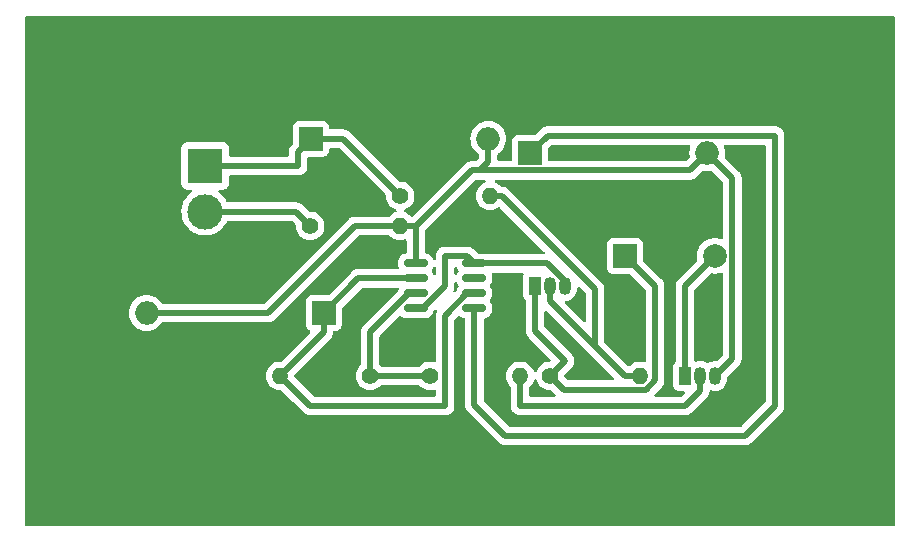
<source format=gbr>
%TF.GenerationSoftware,KiCad,Pcbnew,(6.0.4)*%
%TF.CreationDate,2022-06-15T15:41:16+05:30*%
%TF.ProjectId,subiksha batch,73756269-6b73-4686-9120-62617463682e,rev?*%
%TF.SameCoordinates,Original*%
%TF.FileFunction,Copper,L1,Top*%
%TF.FilePolarity,Positive*%
%FSLAX46Y46*%
G04 Gerber Fmt 4.6, Leading zero omitted, Abs format (unit mm)*
G04 Created by KiCad (PCBNEW (6.0.4)) date 2022-06-15 15:41:16*
%MOMM*%
%LPD*%
G01*
G04 APERTURE LIST*
G04 Aperture macros list*
%AMRoundRect*
0 Rectangle with rounded corners*
0 $1 Rounding radius*
0 $2 $3 $4 $5 $6 $7 $8 $9 X,Y pos of 4 corners*
0 Add a 4 corners polygon primitive as box body*
4,1,4,$2,$3,$4,$5,$6,$7,$8,$9,$2,$3,0*
0 Add four circle primitives for the rounded corners*
1,1,$1+$1,$2,$3*
1,1,$1+$1,$4,$5*
1,1,$1+$1,$6,$7*
1,1,$1+$1,$8,$9*
0 Add four rect primitives between the rounded corners*
20,1,$1+$1,$2,$3,$4,$5,0*
20,1,$1+$1,$4,$5,$6,$7,0*
20,1,$1+$1,$6,$7,$8,$9,0*
20,1,$1+$1,$8,$9,$2,$3,0*%
G04 Aperture macros list end*
%TA.AperFunction,ComponentPad*%
%ADD10R,1.050000X1.500000*%
%TD*%
%TA.AperFunction,ComponentPad*%
%ADD11O,1.050000X1.500000*%
%TD*%
%TA.AperFunction,ComponentPad*%
%ADD12C,1.400000*%
%TD*%
%TA.AperFunction,ComponentPad*%
%ADD13O,1.400000X1.400000*%
%TD*%
%TA.AperFunction,ComponentPad*%
%ADD14R,2.000000X2.000000*%
%TD*%
%TA.AperFunction,ComponentPad*%
%ADD15C,2.000000*%
%TD*%
%TA.AperFunction,ComponentPad*%
%ADD16R,3.000000X3.000000*%
%TD*%
%TA.AperFunction,ComponentPad*%
%ADD17C,3.000000*%
%TD*%
%TA.AperFunction,ComponentPad*%
%ADD18O,2.000000X2.000000*%
%TD*%
%TA.AperFunction,SMDPad,CuDef*%
%ADD19RoundRect,0.150000X-0.825000X-0.150000X0.825000X-0.150000X0.825000X0.150000X-0.825000X0.150000X0*%
%TD*%
%TA.AperFunction,Conductor*%
%ADD20C,0.550000*%
%TD*%
G04 APERTURE END LIST*
D10*
%TO.P,Q2,1,C*%
%TO.N,Net-(BZ1-Pad2)*%
X170180000Y-101600000D03*
D11*
%TO.P,Q2,2,B*%
%TO.N,Net-(R5-Pad2)*%
X171450000Y-101600000D03*
%TO.P,Q2,3,E*%
%TO.N,GND*%
X172720000Y-101600000D03*
%TD*%
D12*
%TO.P,R3,1*%
%TO.N,Net-(R3-Pad1)*%
X143510000Y-101600000D03*
D13*
%TO.P,R3,2*%
%TO.N,Net-(R3-Pad2)*%
X135890000Y-101600000D03*
%TD*%
D12*
%TO.P,R4,1*%
%TO.N,Net-(J1-Pad2)*%
X138430000Y-88900000D03*
D13*
%TO.P,R4,2*%
%TO.N,GND*%
X146050000Y-88900000D03*
%TD*%
D14*
%TO.P,BZ1,1,-*%
%TO.N,VCC*%
X165100000Y-91440000D03*
D15*
%TO.P,BZ1,2,+*%
%TO.N,Net-(BZ1-Pad2)*%
X172700000Y-91440000D03*
%TD*%
D16*
%TO.P,J1,1,Pin_1*%
%TO.N,Net-(R2-Pad1)*%
X129540000Y-83820000D03*
D17*
%TO.P,J1,2,Pin_2*%
%TO.N,Net-(J1-Pad2)*%
X129540000Y-87700000D03*
%TD*%
D12*
%TO.P,R2,1*%
%TO.N,Net-(R2-Pad1)*%
X146050000Y-86360000D03*
D13*
%TO.P,R2,2*%
%TO.N,Net-(Q1-Pad2)*%
X153670000Y-86360000D03*
%TD*%
D14*
%TO.P,C3,1*%
%TO.N,Net-(R3-Pad2)*%
X139580000Y-96277500D03*
D18*
%TO.P,C3,2*%
%TO.N,GND*%
X124580000Y-96277500D03*
%TD*%
D12*
%TO.P,R1,1*%
%TO.N,VCC*%
X158750000Y-101600000D03*
D13*
%TO.P,R1,2*%
%TO.N,Net-(Q1-Pad2)*%
X166370000Y-101600000D03*
%TD*%
D12*
%TO.P,R5,1*%
%TO.N,Net-(R3-Pad1)*%
X148590000Y-101600000D03*
D13*
%TO.P,R5,2*%
%TO.N,Net-(R5-Pad2)*%
X156210000Y-101600000D03*
%TD*%
D10*
%TO.P,Q1,1,C*%
%TO.N,VCC*%
X157480000Y-93980000D03*
D11*
%TO.P,Q1,2,B*%
%TO.N,Net-(Q1-Pad2)*%
X158750000Y-93980000D03*
%TO.P,Q1,3,E*%
%TO.N,Net-(Q1-Pad3)*%
X160020000Y-93980000D03*
%TD*%
D19*
%TO.P,U1,1,GND*%
%TO.N,GND*%
X147385000Y-92075000D03*
%TO.P,U1,2,TR*%
%TO.N,Net-(R3-Pad2)*%
X147385000Y-93345000D03*
%TO.P,U1,3,Q*%
%TO.N,Net-(R3-Pad1)*%
X147385000Y-94615000D03*
%TO.P,U1,4,R*%
%TO.N,Net-(Q1-Pad3)*%
X147385000Y-95885000D03*
%TO.P,U1,5,CV*%
%TO.N,Net-(C2-Pad1)*%
X152335000Y-95885000D03*
%TO.P,U1,6,THR*%
%TO.N,Net-(R3-Pad2)*%
X152335000Y-94615000D03*
%TO.P,U1,7,DIS*%
%TO.N,unconnected-(U1-Pad7)*%
X152335000Y-93345000D03*
%TO.P,U1,8,VCC*%
%TO.N,Net-(Q1-Pad3)*%
X152335000Y-92075000D03*
%TD*%
D14*
%TO.P,C2,1*%
%TO.N,Net-(C2-Pad1)*%
X157050000Y-82735000D03*
D18*
%TO.P,C2,2*%
%TO.N,GND*%
X172050000Y-82735000D03*
%TD*%
D14*
%TO.P,C1,1*%
%TO.N,Net-(R2-Pad1)*%
X138500000Y-81522500D03*
D18*
%TO.P,C1,2*%
%TO.N,GND*%
X153500000Y-81522500D03*
%TD*%
D20*
%TO.N,Net-(C2-Pad1)*%
X177780489Y-81260489D02*
X158524511Y-81260489D01*
X158524511Y-81260489D02*
X157050000Y-82735000D01*
X177800000Y-104140000D02*
X177800000Y-81280000D01*
X154940000Y-106680000D02*
X175260000Y-106680000D01*
X177800000Y-81280000D02*
X177780489Y-81260489D01*
X152335000Y-104075000D02*
X154940000Y-106680000D01*
X152335000Y-95885000D02*
X152335000Y-104075000D01*
X175260000Y-106680000D02*
X177800000Y-104140000D01*
%TO.N,Net-(R5-Pad2)*%
X156210000Y-104140000D02*
X170180000Y-104140000D01*
X170180000Y-104140000D02*
X171450000Y-102870000D01*
X171450000Y-102870000D02*
X171450000Y-101600000D01*
X156210000Y-101600000D02*
X156210000Y-104140000D01*
%TO.N,Net-(Q1-Pad2)*%
X162560000Y-94260051D02*
X162560000Y-99060000D01*
X154659949Y-86360000D02*
X162560000Y-94260051D01*
X153670000Y-86360000D02*
X154659949Y-86360000D01*
%TO.N,Net-(R2-Pad1)*%
X137415000Y-82607500D02*
X138500000Y-81522500D01*
X137415000Y-83820000D02*
X137415000Y-82607500D01*
X141212500Y-81522500D02*
X146050000Y-86360000D01*
X138500000Y-81522500D02*
X141212500Y-81522500D01*
%TO.N,GND*%
X153500000Y-83499022D02*
X152789511Y-84209511D01*
X152789511Y-84209511D02*
X170575489Y-84209511D01*
X153500000Y-81522500D02*
X153500000Y-83499022D01*
X152125489Y-84209511D02*
X152789511Y-84209511D01*
X170575489Y-84209511D02*
X172050000Y-82735000D01*
X147385000Y-88950000D02*
X152125489Y-84209511D01*
%TO.N,VCC*%
X167640000Y-93980000D02*
X165100000Y-91440000D01*
X166856499Y-102774511D02*
X167640000Y-101991010D01*
X167640000Y-101991010D02*
X167640000Y-93980000D01*
X158750000Y-101600000D02*
X159924511Y-102774511D01*
X159924511Y-102774511D02*
X166856499Y-102774511D01*
%TO.N,Net-(Q1-Pad3)*%
X151700000Y-91440000D02*
X152335000Y-92075000D01*
X149860000Y-93998204D02*
X149860000Y-91440000D01*
X149860000Y-91440000D02*
X151700000Y-91440000D01*
X147973204Y-95885000D02*
X149860000Y-93998204D01*
X147385000Y-95885000D02*
X147973204Y-95885000D01*
%TO.N,Net-(R3-Pad2)*%
X151746796Y-94615000D02*
X152335000Y-94615000D01*
X149860000Y-104140000D02*
X149860000Y-96501796D01*
X149860000Y-96501796D02*
X151746796Y-94615000D01*
X138430000Y-104140000D02*
X149860000Y-104140000D01*
X135890000Y-101600000D02*
X138430000Y-104140000D01*
%TO.N,Net-(Q1-Pad3)*%
X158483534Y-92075000D02*
X152335000Y-92075000D01*
X160020000Y-93611466D02*
X158483534Y-92075000D01*
X160020000Y-93980000D02*
X160020000Y-93611466D01*
%TO.N,GND*%
X174174511Y-84859511D02*
X172050000Y-82735000D01*
X174174511Y-100145489D02*
X174174511Y-84859511D01*
X172720000Y-101600000D02*
X174174511Y-100145489D01*
%TO.N,Net-(BZ1-Pad2)*%
X170180000Y-93960000D02*
X170180000Y-101600000D01*
X172700000Y-91440000D02*
X170180000Y-93960000D01*
%TO.N,Net-(Q1-Pad2)*%
X165070000Y-101600000D02*
X166370000Y-101600000D01*
X158750000Y-95280000D02*
X165070000Y-101600000D01*
X158750000Y-93980000D02*
X158750000Y-95280000D01*
%TO.N,VCC*%
X157480000Y-97790000D02*
X160020000Y-100330000D01*
X157480000Y-93980000D02*
X157480000Y-97790000D01*
%TO.N,GND*%
X147385000Y-88950000D02*
X147335000Y-88900000D01*
X147385000Y-92075000D02*
X147385000Y-88950000D01*
%TO.N,VCC*%
X158750000Y-101600000D02*
X160020000Y-100330000D01*
%TO.N,Net-(R3-Pad1)*%
X143510000Y-101600000D02*
X148590000Y-101600000D01*
X146796796Y-94615000D02*
X143510000Y-97901796D01*
X147385000Y-94615000D02*
X146796796Y-94615000D01*
X143510000Y-97901796D02*
X143510000Y-101600000D01*
%TO.N,Net-(R3-Pad2)*%
X142512500Y-93345000D02*
X147385000Y-93345000D01*
X139580000Y-96277500D02*
X142512500Y-93345000D01*
X139580000Y-97910000D02*
X135890000Y-101600000D01*
X139580000Y-96277500D02*
X139580000Y-97910000D01*
%TO.N,GND*%
X142240000Y-88900000D02*
X146050000Y-88900000D01*
X134862500Y-96277500D02*
X142240000Y-88900000D01*
X124580000Y-96277500D02*
X134862500Y-96277500D01*
X146050000Y-88900000D02*
X147335000Y-88900000D01*
%TO.N,Net-(J1-Pad2)*%
X137230000Y-87700000D02*
X138430000Y-88900000D01*
X129540000Y-87700000D02*
X137230000Y-87700000D01*
%TO.N,Net-(R2-Pad1)*%
X129540000Y-83820000D02*
X137415000Y-83820000D01*
%TD*%
%TA.AperFunction,NonConductor*%
G36*
X170582986Y-82063991D02*
G01*
X170629479Y-82117647D01*
X170639583Y-82187921D01*
X170631274Y-82218205D01*
X170626471Y-82229802D01*
X170617691Y-82251000D01*
X170610895Y-82267406D01*
X170601158Y-82307963D01*
X170560785Y-82476131D01*
X170555465Y-82498289D01*
X170536835Y-82735000D01*
X170555465Y-82971711D01*
X170556620Y-82976520D01*
X170556621Y-82976529D01*
X170567991Y-83023885D01*
X170564445Y-83094793D01*
X170534568Y-83142396D01*
X170287858Y-83389106D01*
X170225546Y-83423132D01*
X170198763Y-83426011D01*
X158684500Y-83426011D01*
X158616379Y-83406009D01*
X158569886Y-83352353D01*
X158558500Y-83300011D01*
X158558500Y-82386727D01*
X158578502Y-82318606D01*
X158595405Y-82297632D01*
X158812143Y-82080894D01*
X158874455Y-82046868D01*
X158901238Y-82043989D01*
X170514865Y-82043989D01*
X170582986Y-82063991D01*
G37*
%TD.AperFunction*%
%TA.AperFunction,NonConductor*%
G36*
X152781831Y-84993018D02*
G01*
X152869189Y-84993933D01*
X152872405Y-84993238D01*
X152876877Y-84993011D01*
X153173614Y-84993011D01*
X153241735Y-85013013D01*
X153288228Y-85066669D01*
X153298332Y-85136943D01*
X153268838Y-85201523D01*
X153226864Y-85233206D01*
X153068423Y-85307088D01*
X153068420Y-85307090D01*
X153063442Y-85309411D01*
X152890224Y-85430699D01*
X152740699Y-85580224D01*
X152619411Y-85753442D01*
X152617090Y-85758420D01*
X152617088Y-85758423D01*
X152548164Y-85906232D01*
X152530044Y-85945090D01*
X152528622Y-85950398D01*
X152528621Y-85950400D01*
X152498797Y-86061706D01*
X152475314Y-86149345D01*
X152456884Y-86360000D01*
X152475314Y-86570655D01*
X152476738Y-86575968D01*
X152476738Y-86575970D01*
X152494678Y-86642921D01*
X152530044Y-86774910D01*
X152532366Y-86779891D01*
X152532367Y-86779892D01*
X152614632Y-86956309D01*
X152619411Y-86966558D01*
X152740699Y-87139776D01*
X152890224Y-87289301D01*
X153063442Y-87410589D01*
X153068420Y-87412910D01*
X153068423Y-87412912D01*
X153250108Y-87497633D01*
X153255090Y-87499956D01*
X153260398Y-87501378D01*
X153260400Y-87501379D01*
X153454030Y-87553262D01*
X153454032Y-87553262D01*
X153459345Y-87554686D01*
X153670000Y-87573116D01*
X153880655Y-87554686D01*
X153885968Y-87553262D01*
X153885970Y-87553262D01*
X154079600Y-87501379D01*
X154079602Y-87501378D01*
X154084910Y-87499956D01*
X154089892Y-87497633D01*
X154271577Y-87412912D01*
X154271580Y-87412910D01*
X154276558Y-87410589D01*
X154381663Y-87336994D01*
X154448934Y-87314307D01*
X154517795Y-87331592D01*
X154543026Y-87351113D01*
X158268317Y-91076405D01*
X158302343Y-91138717D01*
X158297278Y-91209533D01*
X158254731Y-91266368D01*
X158188211Y-91291179D01*
X158179222Y-91291500D01*
X153357701Y-91291500D01*
X153322551Y-91286497D01*
X153263831Y-91269438D01*
X153257421Y-91268933D01*
X153257418Y-91268933D01*
X153228958Y-91266693D01*
X153228950Y-91266693D01*
X153226502Y-91266500D01*
X152686726Y-91266500D01*
X152618605Y-91246498D01*
X152597631Y-91229595D01*
X152260419Y-90892383D01*
X152259490Y-90891445D01*
X152250048Y-90881803D01*
X152198329Y-90828989D01*
X152192407Y-90825172D01*
X152192404Y-90825170D01*
X152163178Y-90806335D01*
X152152839Y-90798907D01*
X152120150Y-90772812D01*
X152113808Y-90769746D01*
X152113803Y-90769743D01*
X152091110Y-90758773D01*
X152077698Y-90751247D01*
X152056500Y-90737586D01*
X152056495Y-90737584D01*
X152050576Y-90733769D01*
X152011281Y-90719467D01*
X151999537Y-90714506D01*
X151968244Y-90699378D01*
X151968242Y-90699377D01*
X151961895Y-90696309D01*
X151930456Y-90689051D01*
X151915720Y-90684685D01*
X151892020Y-90676059D01*
X151892016Y-90676058D01*
X151885400Y-90673650D01*
X151878414Y-90672767D01*
X151878412Y-90672767D01*
X151843921Y-90668410D01*
X151831369Y-90666175D01*
X151824130Y-90664504D01*
X151790623Y-90656768D01*
X151783583Y-90656743D01*
X151783580Y-90656743D01*
X151751296Y-90656630D01*
X151750459Y-90656602D01*
X151749646Y-90656500D01*
X151714054Y-90656500D01*
X151713614Y-90656499D01*
X151707859Y-90656479D01*
X151614847Y-90656154D01*
X151613679Y-90656415D01*
X151612111Y-90656500D01*
X149914412Y-90656500D01*
X149899493Y-90655614D01*
X149897208Y-90655342D01*
X149865504Y-90651561D01*
X149820640Y-90656276D01*
X149817858Y-90656500D01*
X149815799Y-90656500D01*
X149807744Y-90657403D01*
X149775867Y-90660978D01*
X149774997Y-90661073D01*
X149720986Y-90666751D01*
X149690690Y-90669935D01*
X149688068Y-90670827D01*
X149685318Y-90671136D01*
X149679235Y-90673254D01*
X149679232Y-90673255D01*
X149605401Y-90698966D01*
X149604609Y-90699240D01*
X149524291Y-90726582D01*
X149521933Y-90728033D01*
X149519319Y-90728943D01*
X149513829Y-90732374D01*
X149513826Y-90732375D01*
X149505487Y-90737586D01*
X149447401Y-90773882D01*
X149446840Y-90774231D01*
X149374577Y-90818687D01*
X149372600Y-90820623D01*
X149370251Y-90822091D01*
X149365659Y-90826651D01*
X149310121Y-90881803D01*
X149309494Y-90882421D01*
X149248989Y-90941671D01*
X149247489Y-90943999D01*
X149245525Y-90945949D01*
X149242053Y-90951420D01*
X149200078Y-91017563D01*
X149199740Y-91018092D01*
X149153769Y-91089424D01*
X149152822Y-91092027D01*
X149151339Y-91094363D01*
X149134545Y-91141526D01*
X149122928Y-91174151D01*
X149122630Y-91174979D01*
X149093650Y-91254600D01*
X149093303Y-91257346D01*
X149092374Y-91259955D01*
X149091608Y-91266375D01*
X149091608Y-91266377D01*
X149082338Y-91344115D01*
X149082231Y-91344986D01*
X149076500Y-91390354D01*
X149076500Y-91392421D01*
X149076248Y-91395190D01*
X149071561Y-91434496D01*
X149072297Y-91441499D01*
X149072297Y-91441500D01*
X149075810Y-91474922D01*
X149076500Y-91488093D01*
X149076500Y-91661899D01*
X149056498Y-91730020D01*
X149002842Y-91776513D01*
X148932568Y-91786617D01*
X148867988Y-91757123D01*
X148829503Y-91697051D01*
X148821358Y-91669014D01*
X148821356Y-91669009D01*
X148819145Y-91661399D01*
X148802107Y-91632589D01*
X148738491Y-91525020D01*
X148738489Y-91525017D01*
X148734453Y-91518193D01*
X148616807Y-91400547D01*
X148609983Y-91396511D01*
X148609980Y-91396509D01*
X148480427Y-91319892D01*
X148480428Y-91319892D01*
X148473601Y-91315855D01*
X148465990Y-91313644D01*
X148465988Y-91313643D01*
X148413769Y-91298472D01*
X148313831Y-91269438D01*
X148307418Y-91268933D01*
X148307411Y-91268932D01*
X148284612Y-91267137D01*
X148218271Y-91241851D01*
X148176132Y-91184712D01*
X148168500Y-91141526D01*
X148168500Y-89326726D01*
X148188502Y-89258605D01*
X148205405Y-89237631D01*
X152413120Y-85029916D01*
X152475432Y-84995890D01*
X152502215Y-84993011D01*
X152780510Y-84993011D01*
X152781831Y-84993018D01*
G37*
%TD.AperFunction*%
%TA.AperFunction,NonConductor*%
G36*
X150852012Y-92392877D02*
G01*
X150890497Y-92452949D01*
X150898642Y-92480986D01*
X150898644Y-92480991D01*
X150900855Y-92488601D01*
X150985547Y-92631807D01*
X150988229Y-92634489D01*
X151013502Y-92698861D01*
X150999600Y-92768484D01*
X150989428Y-92784312D01*
X150985547Y-92788193D01*
X150900855Y-92931399D01*
X150898644Y-92939009D01*
X150898642Y-92939014D01*
X150890497Y-92967051D01*
X150852284Y-93026887D01*
X150787788Y-93056565D01*
X150717486Y-93046662D01*
X150663697Y-93000323D01*
X150643500Y-92931899D01*
X150643500Y-92488101D01*
X150663502Y-92419980D01*
X150717158Y-92373487D01*
X150787432Y-92363383D01*
X150852012Y-92392877D01*
G37*
%TD.AperFunction*%
%TA.AperFunction,NonConductor*%
G36*
X149002514Y-92373338D02*
G01*
X149056303Y-92419677D01*
X149076500Y-92488101D01*
X149076500Y-92931899D01*
X149056498Y-93000020D01*
X149002842Y-93046513D01*
X148932568Y-93056617D01*
X148867988Y-93027123D01*
X148829503Y-92967051D01*
X148821358Y-92939014D01*
X148821356Y-92939009D01*
X148819145Y-92931399D01*
X148734453Y-92788193D01*
X148731771Y-92785511D01*
X148706498Y-92721139D01*
X148720400Y-92651516D01*
X148730572Y-92635688D01*
X148734453Y-92631807D01*
X148819145Y-92488601D01*
X148821356Y-92480991D01*
X148821358Y-92480986D01*
X148829503Y-92452949D01*
X148867716Y-92393113D01*
X148932212Y-92363435D01*
X149002514Y-92373338D01*
G37*
%TD.AperFunction*%
%TA.AperFunction,NonConductor*%
G36*
X150852012Y-93662877D02*
G01*
X150890497Y-93722949D01*
X150898642Y-93750986D01*
X150898643Y-93750988D01*
X150900855Y-93758601D01*
X150985547Y-93901807D01*
X150988229Y-93904489D01*
X151013502Y-93968861D01*
X150999600Y-94038484D01*
X150989428Y-94054312D01*
X150985547Y-94058193D01*
X150900855Y-94201399D01*
X150898644Y-94209010D01*
X150898643Y-94209012D01*
X150856233Y-94354989D01*
X150856232Y-94354993D01*
X150854438Y-94361169D01*
X150853933Y-94367580D01*
X150853789Y-94368371D01*
X150818935Y-94434825D01*
X150774263Y-94479497D01*
X150711951Y-94513523D01*
X150641136Y-94508458D01*
X150584300Y-94465911D01*
X150559489Y-94399391D01*
X150566766Y-94347310D01*
X150570618Y-94336726D01*
X150580533Y-94309486D01*
X150585491Y-94297748D01*
X150600625Y-94266443D01*
X150600626Y-94266440D01*
X150603691Y-94260100D01*
X150610948Y-94228666D01*
X150615318Y-94213914D01*
X150623941Y-94190223D01*
X150623941Y-94190222D01*
X150626350Y-94183604D01*
X150631590Y-94142126D01*
X150633825Y-94129575D01*
X150641648Y-94095689D01*
X150641648Y-94095687D01*
X150643232Y-94088827D01*
X150643268Y-94078708D01*
X150643370Y-94049500D01*
X150643398Y-94048663D01*
X150643500Y-94047850D01*
X150643500Y-94012104D01*
X150643846Y-93913052D01*
X150643585Y-93911884D01*
X150643500Y-93910316D01*
X150643500Y-93758101D01*
X150663502Y-93689980D01*
X150717158Y-93643487D01*
X150787432Y-93633383D01*
X150852012Y-93662877D01*
G37*
%TD.AperFunction*%
%TA.AperFunction,NonConductor*%
G36*
X161262012Y-94070554D02*
G01*
X161268595Y-94076683D01*
X161739595Y-94547683D01*
X161773621Y-94609995D01*
X161776500Y-94636778D01*
X161776500Y-96894274D01*
X161756498Y-96962395D01*
X161702842Y-97008888D01*
X161632568Y-97018992D01*
X161567988Y-96989498D01*
X161561405Y-96983369D01*
X160027662Y-95449626D01*
X159993636Y-95387314D01*
X159998701Y-95316499D01*
X160041248Y-95259663D01*
X160105337Y-95235050D01*
X160208456Y-95225665D01*
X160208458Y-95225665D01*
X160214596Y-95225106D01*
X160220502Y-95223368D01*
X160220506Y-95223367D01*
X160384705Y-95175040D01*
X160409029Y-95167881D01*
X160414486Y-95165028D01*
X160414489Y-95165027D01*
X160551765Y-95093261D01*
X160588645Y-95073981D01*
X160610344Y-95056535D01*
X160636596Y-95035427D01*
X160746601Y-94946981D01*
X160876881Y-94791719D01*
X160879845Y-94786327D01*
X160879848Y-94786323D01*
X160971556Y-94619506D01*
X160974523Y-94614109D01*
X161035807Y-94420916D01*
X161038222Y-94399391D01*
X161051105Y-94284536D01*
X161053500Y-94263183D01*
X161053500Y-94165778D01*
X161073502Y-94097657D01*
X161127158Y-94051164D01*
X161197432Y-94041060D01*
X161262012Y-94070554D01*
G37*
%TD.AperFunction*%
%TA.AperFunction,NonConductor*%
G36*
X173350869Y-92882916D02*
G01*
X173387097Y-92943974D01*
X173391011Y-92975135D01*
X173391011Y-99768763D01*
X173371009Y-99836884D01*
X173354106Y-99857858D01*
X172903843Y-100308121D01*
X172841531Y-100342147D01*
X172801578Y-100344336D01*
X172733380Y-100337168D01*
X172733377Y-100337168D01*
X172727250Y-100336524D01*
X172665466Y-100342147D01*
X172531543Y-100354335D01*
X172531540Y-100354336D01*
X172525404Y-100354894D01*
X172519498Y-100356632D01*
X172519494Y-100356633D01*
X172415084Y-100387363D01*
X172330971Y-100412119D01*
X172325514Y-100414972D01*
X172325511Y-100414973D01*
X172268019Y-100445029D01*
X172151540Y-100505923D01*
X172151538Y-100505923D01*
X172151355Y-100506019D01*
X172151337Y-100505984D01*
X172085559Y-100525889D01*
X172024591Y-100510729D01*
X172015815Y-100505984D01*
X171852435Y-100417644D01*
X171717747Y-100375951D01*
X171664707Y-100359532D01*
X171664704Y-100359531D01*
X171658820Y-100357710D01*
X171652695Y-100357066D01*
X171652694Y-100357066D01*
X171463378Y-100337168D01*
X171463377Y-100337168D01*
X171457250Y-100336524D01*
X171395466Y-100342147D01*
X171261543Y-100354335D01*
X171261540Y-100354336D01*
X171255404Y-100354894D01*
X171249498Y-100356632D01*
X171249494Y-100356633D01*
X171125075Y-100393252D01*
X171054079Y-100393297D01*
X170994328Y-100354951D01*
X170964794Y-100290389D01*
X170963500Y-100272378D01*
X170963500Y-94336726D01*
X170983502Y-94268605D01*
X171000405Y-94247631D01*
X172292604Y-92955432D01*
X172354916Y-92921406D01*
X172411115Y-92922009D01*
X172458471Y-92933379D01*
X172458480Y-92933380D01*
X172463289Y-92934535D01*
X172700000Y-92953165D01*
X172936711Y-92934535D01*
X172941518Y-92933381D01*
X172941524Y-92933380D01*
X173119651Y-92890615D01*
X173167594Y-92879105D01*
X173216794Y-92858726D01*
X173287382Y-92851137D01*
X173350869Y-92882916D01*
G37*
%TD.AperFunction*%
%TA.AperFunction,NonConductor*%
G36*
X149078863Y-95991543D02*
G01*
X149135699Y-96034090D01*
X149160510Y-96100610D01*
X149153233Y-96152691D01*
X149139469Y-96190510D01*
X149134506Y-96202259D01*
X149116309Y-96239901D01*
X149109051Y-96271340D01*
X149104685Y-96286076D01*
X149100127Y-96298601D01*
X149093650Y-96316396D01*
X149092767Y-96323382D01*
X149092767Y-96323384D01*
X149088410Y-96357875D01*
X149086175Y-96370427D01*
X149076768Y-96411173D01*
X149076743Y-96418213D01*
X149076743Y-96418216D01*
X149076630Y-96450500D01*
X149076602Y-96451337D01*
X149076500Y-96452150D01*
X149076500Y-96487896D01*
X149076154Y-96586949D01*
X149076415Y-96588117D01*
X149076500Y-96589685D01*
X149076500Y-100315020D01*
X149056498Y-100383141D01*
X149002842Y-100429634D01*
X148932568Y-100439738D01*
X148917893Y-100436728D01*
X148846671Y-100417644D01*
X148805970Y-100406738D01*
X148805968Y-100406738D01*
X148800655Y-100405314D01*
X148590000Y-100386884D01*
X148379345Y-100405314D01*
X148374032Y-100406738D01*
X148374030Y-100406738D01*
X148180400Y-100458621D01*
X148180398Y-100458622D01*
X148175090Y-100460044D01*
X148170109Y-100462366D01*
X148170108Y-100462367D01*
X147988423Y-100547088D01*
X147988420Y-100547090D01*
X147983442Y-100549411D01*
X147810224Y-100670699D01*
X147701328Y-100779595D01*
X147639016Y-100813621D01*
X147612233Y-100816500D01*
X144487767Y-100816500D01*
X144419646Y-100796498D01*
X144398672Y-100779595D01*
X144330405Y-100711328D01*
X144296379Y-100649016D01*
X144293500Y-100622233D01*
X144293500Y-98278522D01*
X144313502Y-98210401D01*
X144330405Y-98189427D01*
X145967691Y-96552141D01*
X146030003Y-96518115D01*
X146100818Y-96523180D01*
X146141209Y-96549138D01*
X146141325Y-96548989D01*
X146143009Y-96550295D01*
X146145881Y-96552141D01*
X146153193Y-96559453D01*
X146160017Y-96563489D01*
X146160020Y-96563491D01*
X146204312Y-96589685D01*
X146296399Y-96644145D01*
X146304010Y-96646356D01*
X146304012Y-96646357D01*
X146356231Y-96661528D01*
X146456169Y-96690562D01*
X146462574Y-96691066D01*
X146462579Y-96691067D01*
X146491042Y-96693307D01*
X146491050Y-96693307D01*
X146493498Y-96693500D01*
X148276502Y-96693500D01*
X148278950Y-96693307D01*
X148278958Y-96693307D01*
X148307421Y-96691067D01*
X148307426Y-96691066D01*
X148313831Y-96690562D01*
X148413769Y-96661528D01*
X148465988Y-96646357D01*
X148465990Y-96646356D01*
X148473601Y-96644145D01*
X148565688Y-96589685D01*
X148609980Y-96563491D01*
X148609983Y-96563489D01*
X148616807Y-96559453D01*
X148734453Y-96441807D01*
X148738489Y-96434983D01*
X148738491Y-96434980D01*
X148815108Y-96305427D01*
X148819145Y-96298601D01*
X148824886Y-96278840D01*
X148863767Y-96145011D01*
X148863768Y-96145007D01*
X148865562Y-96138831D01*
X148866067Y-96132420D01*
X148866211Y-96131629D01*
X148901065Y-96065175D01*
X148945736Y-96020504D01*
X149008048Y-95986478D01*
X149078863Y-95991543D01*
G37*
%TD.AperFunction*%
%TA.AperFunction,NonConductor*%
G36*
X158472012Y-96110502D02*
G01*
X158478595Y-96116631D01*
X164137880Y-101775916D01*
X164171906Y-101838228D01*
X164166841Y-101909043D01*
X164124294Y-101965879D01*
X164057774Y-101990690D01*
X164048785Y-101991011D01*
X160301237Y-101991011D01*
X160233116Y-101971009D01*
X160212142Y-101954106D01*
X159996208Y-101738172D01*
X159962182Y-101675860D01*
X159959783Y-101638095D01*
X159962636Y-101605486D01*
X159963116Y-101600000D01*
X159959783Y-101561905D01*
X159973771Y-101492300D01*
X159996208Y-101461828D01*
X160535546Y-100922490D01*
X160546722Y-100912567D01*
X160568079Y-100895761D01*
X160568080Y-100895760D01*
X160573618Y-100891402D01*
X160578641Y-100885199D01*
X160601993Y-100856363D01*
X160603821Y-100854215D01*
X160605273Y-100852763D01*
X160627648Y-100824736D01*
X160630397Y-100821292D01*
X160630948Y-100820607D01*
X160680168Y-100759825D01*
X160680171Y-100759821D01*
X160684238Y-100754798D01*
X160685460Y-100752315D01*
X160687188Y-100750150D01*
X160724073Y-100673850D01*
X160724444Y-100673087D01*
X160727174Y-100667540D01*
X160756143Y-100608667D01*
X160758984Y-100602893D01*
X160758985Y-100602891D01*
X160761844Y-100597080D01*
X160762484Y-100594392D01*
X160763691Y-100591896D01*
X160782783Y-100509199D01*
X160782941Y-100508523D01*
X160802580Y-100426088D01*
X160802609Y-100423322D01*
X160803232Y-100420623D01*
X160803258Y-100413319D01*
X160803445Y-100359532D01*
X160803528Y-100335849D01*
X160803533Y-100335082D01*
X160803587Y-100330000D01*
X160804422Y-100250321D01*
X160803836Y-100247612D01*
X160803846Y-100244848D01*
X160801894Y-100236112D01*
X160785377Y-100162226D01*
X160785188Y-100161366D01*
X160768643Y-100084842D01*
X160767275Y-100078514D01*
X160766105Y-100076005D01*
X160765501Y-100073303D01*
X160729187Y-99996826D01*
X160728812Y-99996030D01*
X160695724Y-99925071D01*
X160695723Y-99925070D01*
X160692989Y-99919206D01*
X160691290Y-99917016D01*
X160690104Y-99914518D01*
X160686101Y-99909431D01*
X160686098Y-99909426D01*
X160637769Y-99848010D01*
X160637228Y-99847318D01*
X160611552Y-99814217D01*
X160611543Y-99814207D01*
X160609123Y-99811087D01*
X160607662Y-99809626D01*
X160605869Y-99807474D01*
X160600956Y-99801231D01*
X160581402Y-99776382D01*
X160549811Y-99750800D01*
X160540011Y-99741975D01*
X158300405Y-97502369D01*
X158266379Y-97440057D01*
X158263500Y-97413274D01*
X158263500Y-96205726D01*
X158283502Y-96137605D01*
X158337158Y-96091112D01*
X158407432Y-96081008D01*
X158472012Y-96110502D01*
G37*
%TD.AperFunction*%
%TA.AperFunction,NonConductor*%
G36*
X171761115Y-84217009D02*
G01*
X171808471Y-84228379D01*
X171808480Y-84228380D01*
X171813289Y-84229535D01*
X172039204Y-84247315D01*
X172041208Y-84247473D01*
X172050000Y-84248165D01*
X172058793Y-84247473D01*
X172060796Y-84247315D01*
X172286711Y-84229535D01*
X172291520Y-84228380D01*
X172291529Y-84228379D01*
X172338885Y-84217009D01*
X172409793Y-84220555D01*
X172457394Y-84250430D01*
X173354108Y-85147145D01*
X173388132Y-85209455D01*
X173391011Y-85236238D01*
X173391011Y-89904865D01*
X173371009Y-89972986D01*
X173317353Y-90019479D01*
X173247079Y-90029583D01*
X173216795Y-90021274D01*
X173167594Y-90000895D01*
X173064994Y-89976263D01*
X172941524Y-89946620D01*
X172941518Y-89946619D01*
X172936711Y-89945465D01*
X172700000Y-89926835D01*
X172463289Y-89945465D01*
X172458482Y-89946619D01*
X172458476Y-89946620D01*
X172335006Y-89976263D01*
X172232406Y-90000895D01*
X172227835Y-90002788D01*
X172227833Y-90002789D01*
X172017611Y-90089865D01*
X172017607Y-90089867D01*
X172013037Y-90091760D01*
X172008817Y-90094346D01*
X171814798Y-90213241D01*
X171814792Y-90213245D01*
X171810584Y-90215824D01*
X171630031Y-90370031D01*
X171475824Y-90550584D01*
X171473245Y-90554792D01*
X171473241Y-90554798D01*
X171361228Y-90737586D01*
X171351760Y-90753037D01*
X171349867Y-90757607D01*
X171349865Y-90757611D01*
X171262789Y-90967833D01*
X171260895Y-90972406D01*
X171259740Y-90977218D01*
X171209925Y-91184712D01*
X171205465Y-91203289D01*
X171186835Y-91440000D01*
X171205465Y-91676711D01*
X171206620Y-91681520D01*
X171206621Y-91681529D01*
X171217991Y-91728885D01*
X171214445Y-91799793D01*
X171184568Y-91847396D01*
X169632383Y-93399581D01*
X169631445Y-93400510D01*
X169568989Y-93461671D01*
X169565172Y-93467593D01*
X169565170Y-93467596D01*
X169546335Y-93496822D01*
X169538907Y-93507161D01*
X169512812Y-93539850D01*
X169509746Y-93546192D01*
X169509743Y-93546197D01*
X169498773Y-93568890D01*
X169491247Y-93582302D01*
X169477586Y-93603500D01*
X169477584Y-93603505D01*
X169473769Y-93609424D01*
X169459469Y-93648715D01*
X169454506Y-93660463D01*
X169439927Y-93690622D01*
X169436309Y-93698105D01*
X169429051Y-93729544D01*
X169424685Y-93744280D01*
X169416207Y-93767575D01*
X169413650Y-93774600D01*
X169412767Y-93781586D01*
X169412767Y-93781588D01*
X169408410Y-93816079D01*
X169406175Y-93828631D01*
X169396768Y-93869377D01*
X169396743Y-93876417D01*
X169396743Y-93876420D01*
X169396630Y-93908704D01*
X169396602Y-93909541D01*
X169396500Y-93910354D01*
X169396500Y-93946100D01*
X169396154Y-94045153D01*
X169396415Y-94046321D01*
X169396500Y-94047889D01*
X169396500Y-100345198D01*
X169376498Y-100413319D01*
X169346065Y-100446024D01*
X169291739Y-100486739D01*
X169204385Y-100603295D01*
X169153255Y-100739684D01*
X169146500Y-100801866D01*
X169146500Y-102398134D01*
X169153255Y-102460316D01*
X169204385Y-102596705D01*
X169291739Y-102713261D01*
X169408295Y-102800615D01*
X169544684Y-102851745D01*
X169606866Y-102858500D01*
X170049274Y-102858500D01*
X170117395Y-102878502D01*
X170163888Y-102932158D01*
X170173992Y-103002432D01*
X170144498Y-103067012D01*
X170138369Y-103073595D01*
X169892369Y-103319595D01*
X169830057Y-103353621D01*
X169803274Y-103356500D01*
X167686736Y-103356500D01*
X167618615Y-103336498D01*
X167572122Y-103282842D01*
X167562018Y-103212568D01*
X167591512Y-103147988D01*
X167597641Y-103141405D01*
X168187617Y-102551429D01*
X168188555Y-102550500D01*
X168210203Y-102529301D01*
X168251011Y-102489339D01*
X168254828Y-102483417D01*
X168254830Y-102483414D01*
X168273665Y-102454188D01*
X168281093Y-102443849D01*
X168307188Y-102411160D01*
X168310254Y-102404818D01*
X168310257Y-102404813D01*
X168321227Y-102382120D01*
X168328753Y-102368708D01*
X168342414Y-102347510D01*
X168342416Y-102347505D01*
X168346231Y-102341586D01*
X168360533Y-102302291D01*
X168365494Y-102290547D01*
X168380624Y-102259250D01*
X168380625Y-102259247D01*
X168383691Y-102252905D01*
X168386785Y-102239506D01*
X168390948Y-102221471D01*
X168395315Y-102206728D01*
X168406350Y-102176410D01*
X168411591Y-102134922D01*
X168413828Y-102122367D01*
X168421648Y-102088498D01*
X168423233Y-102081633D01*
X168423370Y-102042295D01*
X168423398Y-102041464D01*
X168423500Y-102040656D01*
X168423500Y-102005072D01*
X168423846Y-101905857D01*
X168423585Y-101904689D01*
X168423500Y-101903120D01*
X168423500Y-93988952D01*
X168423507Y-93987632D01*
X168423745Y-93964887D01*
X168424422Y-93900321D01*
X168417732Y-93869377D01*
X168415586Y-93859454D01*
X168413525Y-93846871D01*
X168409649Y-93812318D01*
X168408864Y-93805318D01*
X168398251Y-93774841D01*
X168394092Y-93760042D01*
X168393781Y-93758601D01*
X168387275Y-93728514D01*
X168369598Y-93690605D01*
X168364816Y-93678829D01*
X168351057Y-93639319D01*
X168333962Y-93611961D01*
X168326623Y-93598444D01*
X168315964Y-93575585D01*
X168315962Y-93575582D01*
X168312989Y-93569206D01*
X168287360Y-93536165D01*
X168280071Y-93525717D01*
X168257909Y-93490251D01*
X168230181Y-93462328D01*
X168229627Y-93461736D01*
X168229123Y-93461087D01*
X168203971Y-93435935D01*
X168134051Y-93365525D01*
X168133041Y-93364884D01*
X168131862Y-93363826D01*
X166645405Y-91877369D01*
X166611379Y-91815057D01*
X166608500Y-91788274D01*
X166608500Y-90391866D01*
X166601745Y-90329684D01*
X166550615Y-90193295D01*
X166463261Y-90076739D01*
X166346705Y-89989385D01*
X166210316Y-89938255D01*
X166148134Y-89931500D01*
X164051866Y-89931500D01*
X163989684Y-89938255D01*
X163853295Y-89989385D01*
X163736739Y-90076739D01*
X163649385Y-90193295D01*
X163598255Y-90329684D01*
X163591500Y-90391866D01*
X163591500Y-92488134D01*
X163598255Y-92550316D01*
X163649385Y-92686705D01*
X163736739Y-92803261D01*
X163853295Y-92890615D01*
X163989684Y-92941745D01*
X164051866Y-92948500D01*
X165448274Y-92948500D01*
X165516395Y-92968502D01*
X165537369Y-92985405D01*
X166819595Y-94267632D01*
X166853621Y-94329944D01*
X166856500Y-94356727D01*
X166856500Y-100315020D01*
X166836498Y-100383141D01*
X166782842Y-100429634D01*
X166712568Y-100439738D01*
X166697893Y-100436728D01*
X166626671Y-100417644D01*
X166585970Y-100406738D01*
X166585968Y-100406738D01*
X166580655Y-100405314D01*
X166370000Y-100386884D01*
X166159345Y-100405314D01*
X166154032Y-100406738D01*
X166154030Y-100406738D01*
X165960400Y-100458621D01*
X165960398Y-100458622D01*
X165955090Y-100460044D01*
X165950109Y-100462366D01*
X165950108Y-100462367D01*
X165768423Y-100547088D01*
X165768420Y-100547090D01*
X165763442Y-100549411D01*
X165590224Y-100670699D01*
X165508572Y-100752351D01*
X165446264Y-100786374D01*
X165375448Y-100781310D01*
X165330385Y-100752349D01*
X163380405Y-98802369D01*
X163346379Y-98740057D01*
X163343500Y-98713274D01*
X163343500Y-94269004D01*
X163343507Y-94267684D01*
X163343916Y-94228666D01*
X163344422Y-94180373D01*
X163341267Y-94165778D01*
X163335586Y-94139506D01*
X163333525Y-94126923D01*
X163330242Y-94097657D01*
X163328864Y-94085369D01*
X163326546Y-94078714D01*
X163326545Y-94078708D01*
X163318256Y-94054905D01*
X163314093Y-94040096D01*
X163308764Y-94015450D01*
X163308763Y-94015446D01*
X163307275Y-94008565D01*
X163289598Y-93970656D01*
X163284816Y-93958880D01*
X163271057Y-93919370D01*
X163253962Y-93892012D01*
X163246623Y-93878495D01*
X163235964Y-93855636D01*
X163235962Y-93855633D01*
X163232989Y-93849257D01*
X163207360Y-93816216D01*
X163200071Y-93805768D01*
X163177909Y-93770302D01*
X163150181Y-93742379D01*
X163149627Y-93741787D01*
X163149123Y-93741138D01*
X163123971Y-93715986D01*
X163054051Y-93645576D01*
X163053041Y-93644935D01*
X163051862Y-93643877D01*
X155220368Y-85812383D01*
X155219439Y-85811445D01*
X155182542Y-85773767D01*
X155158278Y-85748989D01*
X155152356Y-85745172D01*
X155152353Y-85745170D01*
X155123127Y-85726335D01*
X155112788Y-85718907D01*
X155080099Y-85692812D01*
X155073757Y-85689746D01*
X155073752Y-85689743D01*
X155051059Y-85678773D01*
X155037647Y-85671247D01*
X155016449Y-85657586D01*
X155016444Y-85657584D01*
X155010525Y-85653769D01*
X154971230Y-85639467D01*
X154959486Y-85634506D01*
X154928193Y-85619378D01*
X154928191Y-85619377D01*
X154921844Y-85616309D01*
X154890405Y-85609051D01*
X154875669Y-85604685D01*
X154851969Y-85596059D01*
X154851965Y-85596058D01*
X154845349Y-85593650D01*
X154838363Y-85592767D01*
X154838361Y-85592767D01*
X154803870Y-85588410D01*
X154791318Y-85586175D01*
X154765541Y-85580224D01*
X154750572Y-85576768D01*
X154743532Y-85576743D01*
X154743529Y-85576743D01*
X154711245Y-85576630D01*
X154710408Y-85576602D01*
X154709595Y-85576500D01*
X154674002Y-85576500D01*
X154673562Y-85576499D01*
X154647235Y-85576407D01*
X154579184Y-85556167D01*
X154558580Y-85539503D01*
X154449776Y-85430699D01*
X154276558Y-85309411D01*
X154271580Y-85307090D01*
X154271577Y-85307088D01*
X154113136Y-85233206D01*
X154059851Y-85186289D01*
X154040390Y-85118011D01*
X154060932Y-85050051D01*
X154114955Y-85003986D01*
X154166386Y-84993011D01*
X170566488Y-84993011D01*
X170567809Y-84993018D01*
X170655167Y-84993933D01*
X170662052Y-84992444D01*
X170662055Y-84992444D01*
X170696034Y-84985097D01*
X170708617Y-84983036D01*
X170717104Y-84982084D01*
X170750171Y-84978375D01*
X170756826Y-84976057D01*
X170756832Y-84976056D01*
X170780635Y-84967767D01*
X170795444Y-84963604D01*
X170820090Y-84958275D01*
X170820094Y-84958274D01*
X170826975Y-84956786D01*
X170864884Y-84939109D01*
X170876660Y-84934327D01*
X170916170Y-84920568D01*
X170943528Y-84903473D01*
X170957045Y-84896134D01*
X170979904Y-84885475D01*
X170979907Y-84885473D01*
X170986283Y-84882500D01*
X171019323Y-84856871D01*
X171029772Y-84849582D01*
X171065238Y-84827420D01*
X171093153Y-84799700D01*
X171093756Y-84799135D01*
X171094402Y-84798634D01*
X171119557Y-84773480D01*
X171189964Y-84703562D01*
X171190606Y-84702551D01*
X171191659Y-84701377D01*
X171642604Y-84250432D01*
X171704916Y-84216406D01*
X171761115Y-84217009D01*
G37*
%TD.AperFunction*%
%TA.AperFunction,NonConductor*%
G36*
X145872339Y-94148502D02*
G01*
X145918832Y-94202158D01*
X145928936Y-94272432D01*
X145925215Y-94289652D01*
X145911539Y-94336726D01*
X145904438Y-94361169D01*
X145903933Y-94367581D01*
X145903789Y-94368371D01*
X145868935Y-94434825D01*
X142962383Y-97341377D01*
X142961445Y-97342306D01*
X142898989Y-97403467D01*
X142895172Y-97409389D01*
X142895170Y-97409392D01*
X142876335Y-97438618D01*
X142868907Y-97448957D01*
X142842812Y-97481646D01*
X142839746Y-97487988D01*
X142839743Y-97487993D01*
X142828773Y-97510686D01*
X142821247Y-97524098D01*
X142807586Y-97545296D01*
X142807584Y-97545301D01*
X142803769Y-97551220D01*
X142801360Y-97557840D01*
X142789469Y-97590511D01*
X142784506Y-97602259D01*
X142772239Y-97627635D01*
X142766309Y-97639901D01*
X142759051Y-97671340D01*
X142754685Y-97686076D01*
X142743650Y-97716396D01*
X142742767Y-97723382D01*
X142742767Y-97723384D01*
X142738410Y-97757875D01*
X142736175Y-97770427D01*
X142726768Y-97811173D01*
X142726743Y-97818213D01*
X142726743Y-97818216D01*
X142726630Y-97850500D01*
X142726602Y-97851337D01*
X142726500Y-97852150D01*
X142726500Y-97887896D01*
X142726154Y-97986949D01*
X142726415Y-97988117D01*
X142726500Y-97989685D01*
X142726500Y-100622233D01*
X142706498Y-100690354D01*
X142689595Y-100711328D01*
X142580699Y-100820224D01*
X142459411Y-100993442D01*
X142370044Y-101185090D01*
X142315314Y-101389345D01*
X142296884Y-101600000D01*
X142315314Y-101810655D01*
X142316738Y-101815968D01*
X142316738Y-101815970D01*
X142367449Y-102005224D01*
X142370044Y-102014910D01*
X142372366Y-102019891D01*
X142372367Y-102019892D01*
X142445353Y-102176410D01*
X142459411Y-102206558D01*
X142580699Y-102379776D01*
X142730224Y-102529301D01*
X142903442Y-102650589D01*
X142908420Y-102652910D01*
X142908423Y-102652912D01*
X143090108Y-102737633D01*
X143095090Y-102739956D01*
X143100398Y-102741378D01*
X143100400Y-102741379D01*
X143294030Y-102793262D01*
X143294032Y-102793262D01*
X143299345Y-102794686D01*
X143510000Y-102813116D01*
X143720655Y-102794686D01*
X143725968Y-102793262D01*
X143725970Y-102793262D01*
X143919600Y-102741379D01*
X143919602Y-102741378D01*
X143924910Y-102739956D01*
X143929892Y-102737633D01*
X144111577Y-102652912D01*
X144111580Y-102652910D01*
X144116558Y-102650589D01*
X144289776Y-102529301D01*
X144398672Y-102420405D01*
X144460984Y-102386379D01*
X144487767Y-102383500D01*
X147612233Y-102383500D01*
X147680354Y-102403502D01*
X147701328Y-102420405D01*
X147810224Y-102529301D01*
X147983442Y-102650589D01*
X147988420Y-102652910D01*
X147988423Y-102652912D01*
X148170108Y-102737633D01*
X148175090Y-102739956D01*
X148180398Y-102741378D01*
X148180400Y-102741379D01*
X148374030Y-102793262D01*
X148374032Y-102793262D01*
X148379345Y-102794686D01*
X148590000Y-102813116D01*
X148800655Y-102794686D01*
X148805968Y-102793262D01*
X148805970Y-102793262D01*
X148851178Y-102781149D01*
X148917890Y-102763273D01*
X148988865Y-102764963D01*
X149047661Y-102804757D01*
X149075609Y-102870021D01*
X149076500Y-102884980D01*
X149076500Y-103230500D01*
X149056498Y-103298621D01*
X149002842Y-103345114D01*
X148950500Y-103356500D01*
X138806726Y-103356500D01*
X138738605Y-103336498D01*
X138717631Y-103319595D01*
X137136208Y-101738172D01*
X137102182Y-101675860D01*
X137099783Y-101638095D01*
X137102636Y-101605486D01*
X137103116Y-101600000D01*
X137099783Y-101561905D01*
X137113771Y-101492300D01*
X137136208Y-101461828D01*
X140127617Y-98470419D01*
X140128555Y-98469490D01*
X140128663Y-98469384D01*
X140191011Y-98408329D01*
X140194828Y-98402407D01*
X140194830Y-98402404D01*
X140213665Y-98373178D01*
X140221093Y-98362839D01*
X140247188Y-98330150D01*
X140250254Y-98323808D01*
X140250257Y-98323803D01*
X140261227Y-98301110D01*
X140268753Y-98287698D01*
X140282414Y-98266500D01*
X140282416Y-98266495D01*
X140286231Y-98260576D01*
X140300533Y-98221281D01*
X140305494Y-98209537D01*
X140320622Y-98178244D01*
X140320623Y-98178242D01*
X140323691Y-98171895D01*
X140330949Y-98140456D01*
X140335315Y-98125720D01*
X140343941Y-98102020D01*
X140343942Y-98102016D01*
X140346350Y-98095400D01*
X140351590Y-98053921D01*
X140353825Y-98041369D01*
X140355496Y-98034130D01*
X140363232Y-98000623D01*
X140363271Y-97989685D01*
X140363370Y-97961296D01*
X140363398Y-97960459D01*
X140363500Y-97959646D01*
X140363500Y-97923900D01*
X140363543Y-97911561D01*
X140383782Y-97843510D01*
X140437599Y-97797205D01*
X140489542Y-97786000D01*
X140628134Y-97786000D01*
X140690316Y-97779245D01*
X140826705Y-97728115D01*
X140943261Y-97640761D01*
X141030615Y-97524205D01*
X141081745Y-97387816D01*
X141088500Y-97325634D01*
X141088500Y-95929226D01*
X141108502Y-95861105D01*
X141125405Y-95840131D01*
X142800132Y-94165405D01*
X142862444Y-94131379D01*
X142889227Y-94128500D01*
X145804218Y-94128500D01*
X145872339Y-94148502D01*
G37*
%TD.AperFunction*%
%TA.AperFunction,NonConductor*%
G36*
X157529600Y-101900580D02*
G01*
X157584347Y-101945783D01*
X157601707Y-101983796D01*
X157607449Y-102005224D01*
X157610044Y-102014910D01*
X157612366Y-102019891D01*
X157612367Y-102019892D01*
X157685353Y-102176410D01*
X157699411Y-102206558D01*
X157820699Y-102379776D01*
X157970224Y-102529301D01*
X158143442Y-102650589D01*
X158148420Y-102652910D01*
X158148423Y-102652912D01*
X158330108Y-102737633D01*
X158335090Y-102739956D01*
X158340398Y-102741378D01*
X158340400Y-102741379D01*
X158534030Y-102793262D01*
X158534032Y-102793262D01*
X158539345Y-102794686D01*
X158653371Y-102804662D01*
X158744522Y-102812637D01*
X158744525Y-102812637D01*
X158750000Y-102813116D01*
X158788094Y-102809783D01*
X158857699Y-102823771D01*
X158888172Y-102846208D01*
X159183368Y-103141405D01*
X159217393Y-103203717D01*
X159212328Y-103274533D01*
X159169781Y-103331368D01*
X159103261Y-103356179D01*
X159094272Y-103356500D01*
X157119500Y-103356500D01*
X157051379Y-103336498D01*
X157004886Y-103282842D01*
X156993500Y-103230500D01*
X156993500Y-102577767D01*
X157013502Y-102509646D01*
X157030405Y-102488672D01*
X157139301Y-102379776D01*
X157260589Y-102206558D01*
X157274648Y-102176410D01*
X157347633Y-102019892D01*
X157347634Y-102019891D01*
X157349956Y-102014910D01*
X157352552Y-102005224D01*
X157358293Y-101983796D01*
X157395245Y-101923173D01*
X157459106Y-101892152D01*
X157529600Y-101900580D01*
G37*
%TD.AperFunction*%
%TA.AperFunction,NonConductor*%
G36*
X176958621Y-82063991D02*
G01*
X177005114Y-82117647D01*
X177016500Y-82169989D01*
X177016500Y-103763274D01*
X176996498Y-103831395D01*
X176979595Y-103852369D01*
X174972369Y-105859595D01*
X174910057Y-105893621D01*
X174883274Y-105896500D01*
X155316726Y-105896500D01*
X155248605Y-105876498D01*
X155227631Y-105859595D01*
X153155405Y-103787369D01*
X153121379Y-103725057D01*
X153118500Y-103698274D01*
X153118500Y-96818474D01*
X153138502Y-96750353D01*
X153192158Y-96703860D01*
X153234612Y-96692863D01*
X153257411Y-96691068D01*
X153257418Y-96691067D01*
X153263831Y-96690562D01*
X153363769Y-96661528D01*
X153415988Y-96646357D01*
X153415990Y-96646356D01*
X153423601Y-96644145D01*
X153515688Y-96589685D01*
X153559980Y-96563491D01*
X153559983Y-96563489D01*
X153566807Y-96559453D01*
X153684453Y-96441807D01*
X153688489Y-96434983D01*
X153688491Y-96434980D01*
X153765108Y-96305427D01*
X153769145Y-96298601D01*
X153775276Y-96277500D01*
X153796127Y-96205726D01*
X153815562Y-96138831D01*
X153817310Y-96116631D01*
X153818307Y-96103958D01*
X153818307Y-96103950D01*
X153818500Y-96101502D01*
X153818500Y-95668498D01*
X153815562Y-95631169D01*
X153769145Y-95471399D01*
X153684453Y-95328193D01*
X153681771Y-95325511D01*
X153656498Y-95261139D01*
X153670400Y-95191516D01*
X153680572Y-95175688D01*
X153684453Y-95171807D01*
X153769145Y-95028601D01*
X153815562Y-94868831D01*
X153817807Y-94840316D01*
X153818307Y-94833958D01*
X153818307Y-94833950D01*
X153818500Y-94831502D01*
X153818500Y-94398498D01*
X153818307Y-94396042D01*
X153816067Y-94367579D01*
X153816066Y-94367574D01*
X153815562Y-94361169D01*
X153786071Y-94259659D01*
X153771357Y-94209012D01*
X153771356Y-94209010D01*
X153769145Y-94201399D01*
X153684453Y-94058193D01*
X153681771Y-94055511D01*
X153656498Y-93991139D01*
X153670400Y-93921516D01*
X153680572Y-93905688D01*
X153684453Y-93901807D01*
X153769145Y-93758601D01*
X153771358Y-93750986D01*
X153788565Y-93691756D01*
X153815562Y-93598831D01*
X153817373Y-93575831D01*
X153818307Y-93563958D01*
X153818307Y-93563950D01*
X153818500Y-93561502D01*
X153818500Y-93128498D01*
X153818307Y-93126042D01*
X153816067Y-93097579D01*
X153816066Y-93097574D01*
X153815562Y-93091169D01*
X153802589Y-93046513D01*
X153794785Y-93019652D01*
X153794988Y-92948656D01*
X153833542Y-92889040D01*
X153898207Y-92859732D01*
X153915782Y-92858500D01*
X156369370Y-92858500D01*
X156437491Y-92878502D01*
X156483984Y-92932158D01*
X156494088Y-93002432D01*
X156487352Y-93028729D01*
X156456029Y-93112282D01*
X156456027Y-93112288D01*
X156453255Y-93119684D01*
X156446500Y-93181866D01*
X156446500Y-94778134D01*
X156453255Y-94840316D01*
X156504385Y-94976705D01*
X156591739Y-95093261D01*
X156598919Y-95098642D01*
X156646065Y-95133976D01*
X156688580Y-95190835D01*
X156696500Y-95234802D01*
X156696500Y-97780999D01*
X156696493Y-97782319D01*
X156695578Y-97869678D01*
X156697067Y-97876563D01*
X156697067Y-97876566D01*
X156704414Y-97910545D01*
X156706475Y-97923128D01*
X156711136Y-97964682D01*
X156713454Y-97971337D01*
X156713455Y-97971343D01*
X156721744Y-97995146D01*
X156725907Y-98009955D01*
X156731236Y-98034601D01*
X156732725Y-98041486D01*
X156750402Y-98079395D01*
X156755184Y-98091171D01*
X156768943Y-98130681D01*
X156786037Y-98158037D01*
X156793377Y-98171556D01*
X156801711Y-98189427D01*
X156807011Y-98200794D01*
X156811324Y-98206354D01*
X156811325Y-98206356D01*
X156832640Y-98233835D01*
X156839929Y-98244283D01*
X156862091Y-98279749D01*
X156883303Y-98301110D01*
X156889819Y-98307672D01*
X156890373Y-98308264D01*
X156890877Y-98308913D01*
X156916031Y-98334067D01*
X156985949Y-98404475D01*
X156986959Y-98405116D01*
X156988138Y-98406174D01*
X158760176Y-100178212D01*
X158794202Y-100240524D01*
X158789137Y-100311339D01*
X158746590Y-100368175D01*
X158682063Y-100392828D01*
X158653371Y-100395338D01*
X158544826Y-100404834D01*
X158544821Y-100404835D01*
X158539345Y-100405314D01*
X158534032Y-100406738D01*
X158534030Y-100406738D01*
X158340400Y-100458621D01*
X158340398Y-100458622D01*
X158335090Y-100460044D01*
X158330109Y-100462366D01*
X158330108Y-100462367D01*
X158148423Y-100547088D01*
X158148420Y-100547090D01*
X158143442Y-100549411D01*
X157970224Y-100670699D01*
X157820699Y-100820224D01*
X157699411Y-100993442D01*
X157610044Y-101185090D01*
X157608622Y-101190398D01*
X157608621Y-101190400D01*
X157601707Y-101216204D01*
X157564755Y-101276827D01*
X157500894Y-101307848D01*
X157430400Y-101299420D01*
X157375653Y-101254217D01*
X157358293Y-101216204D01*
X157351379Y-101190400D01*
X157351378Y-101190398D01*
X157349956Y-101185090D01*
X157260589Y-100993442D01*
X157139301Y-100820224D01*
X156989776Y-100670699D01*
X156816558Y-100549411D01*
X156811580Y-100547090D01*
X156811577Y-100547088D01*
X156629892Y-100462367D01*
X156629891Y-100462366D01*
X156624910Y-100460044D01*
X156619602Y-100458622D01*
X156619600Y-100458621D01*
X156425970Y-100406738D01*
X156425968Y-100406738D01*
X156420655Y-100405314D01*
X156210000Y-100386884D01*
X155999345Y-100405314D01*
X155994032Y-100406738D01*
X155994030Y-100406738D01*
X155800400Y-100458621D01*
X155800398Y-100458622D01*
X155795090Y-100460044D01*
X155790109Y-100462366D01*
X155790108Y-100462367D01*
X155608423Y-100547088D01*
X155608420Y-100547090D01*
X155603442Y-100549411D01*
X155430224Y-100670699D01*
X155280699Y-100820224D01*
X155159411Y-100993442D01*
X155070044Y-101185090D01*
X155015314Y-101389345D01*
X154996884Y-101600000D01*
X155015314Y-101810655D01*
X155016738Y-101815968D01*
X155016738Y-101815970D01*
X155067449Y-102005224D01*
X155070044Y-102014910D01*
X155072366Y-102019891D01*
X155072367Y-102019892D01*
X155145353Y-102176410D01*
X155159411Y-102206558D01*
X155280699Y-102379776D01*
X155389595Y-102488672D01*
X155423621Y-102550984D01*
X155426500Y-102577767D01*
X155426500Y-104085588D01*
X155425614Y-104100507D01*
X155421561Y-104134496D01*
X155423601Y-104153900D01*
X155426275Y-104179342D01*
X155426500Y-104182142D01*
X155426500Y-104184201D01*
X155426893Y-104187704D01*
X155430978Y-104224133D01*
X155431073Y-104225003D01*
X155435947Y-104271371D01*
X155439935Y-104309310D01*
X155440827Y-104311932D01*
X155441136Y-104314682D01*
X155443254Y-104320765D01*
X155443255Y-104320768D01*
X155468966Y-104394599D01*
X155469240Y-104395391D01*
X155496582Y-104475709D01*
X155498033Y-104478067D01*
X155498943Y-104480681D01*
X155502374Y-104486171D01*
X155502375Y-104486174D01*
X155503653Y-104488219D01*
X155526121Y-104524174D01*
X155543821Y-104552500D01*
X155544231Y-104553160D01*
X155588687Y-104625423D01*
X155590623Y-104627400D01*
X155592091Y-104629749D01*
X155596651Y-104634341D01*
X155651803Y-104689879D01*
X155652421Y-104690506D01*
X155711671Y-104751011D01*
X155713999Y-104752511D01*
X155715949Y-104754475D01*
X155746190Y-104773666D01*
X155787563Y-104799922D01*
X155788092Y-104800260D01*
X155859424Y-104846231D01*
X155862027Y-104847178D01*
X155864363Y-104848661D01*
X155911628Y-104865491D01*
X155944151Y-104877072D01*
X155944979Y-104877370D01*
X156018530Y-104904141D01*
X156018533Y-104904142D01*
X156024600Y-104906350D01*
X156027346Y-104906697D01*
X156029955Y-104907626D01*
X156036375Y-104908392D01*
X156036377Y-104908392D01*
X156114115Y-104917662D01*
X156114986Y-104917769D01*
X156156424Y-104923004D01*
X156156431Y-104923004D01*
X156160354Y-104923500D01*
X156162421Y-104923500D01*
X156165190Y-104923752D01*
X156168863Y-104924190D01*
X156204496Y-104928439D01*
X156211499Y-104927703D01*
X156211500Y-104927703D01*
X156244922Y-104924190D01*
X156258093Y-104923500D01*
X170170999Y-104923500D01*
X170172320Y-104923507D01*
X170259678Y-104924422D01*
X170266563Y-104922933D01*
X170266566Y-104922933D01*
X170300545Y-104915586D01*
X170313128Y-104913525D01*
X170323237Y-104912391D01*
X170354682Y-104908864D01*
X170361337Y-104906546D01*
X170361343Y-104906545D01*
X170385146Y-104898256D01*
X170399955Y-104894093D01*
X170424601Y-104888764D01*
X170424605Y-104888763D01*
X170431486Y-104887275D01*
X170469395Y-104869598D01*
X170481171Y-104864816D01*
X170520681Y-104851057D01*
X170548039Y-104833962D01*
X170561556Y-104826623D01*
X170584415Y-104815964D01*
X170584418Y-104815962D01*
X170590794Y-104812989D01*
X170599574Y-104806179D01*
X170623835Y-104787360D01*
X170634283Y-104780071D01*
X170669749Y-104757909D01*
X170697672Y-104730181D01*
X170698264Y-104729627D01*
X170698913Y-104729123D01*
X170724065Y-104703971D01*
X170794475Y-104634051D01*
X170795116Y-104633041D01*
X170796174Y-104631862D01*
X171997617Y-103430419D01*
X171998555Y-103429490D01*
X171998663Y-103429384D01*
X172061011Y-103368329D01*
X172064828Y-103362407D01*
X172064830Y-103362404D01*
X172083665Y-103333178D01*
X172091093Y-103322839D01*
X172117188Y-103290150D01*
X172120254Y-103283808D01*
X172120257Y-103283803D01*
X172131227Y-103261110D01*
X172138753Y-103247698D01*
X172152414Y-103226500D01*
X172152416Y-103226495D01*
X172156231Y-103220576D01*
X172158639Y-103213960D01*
X172158641Y-103213956D01*
X172170530Y-103181288D01*
X172175493Y-103169540D01*
X172190625Y-103138239D01*
X172190626Y-103138236D01*
X172193691Y-103131896D01*
X172200948Y-103100462D01*
X172205318Y-103085710D01*
X172213941Y-103062019D01*
X172213941Y-103062018D01*
X172216350Y-103055400D01*
X172221590Y-103013922D01*
X172223825Y-103001371D01*
X172231648Y-102967485D01*
X172231648Y-102967483D01*
X172233232Y-102960623D01*
X172233351Y-102926746D01*
X172253592Y-102858696D01*
X172307411Y-102812392D01*
X172377720Y-102802535D01*
X172396603Y-102806822D01*
X172511180Y-102842290D01*
X172517305Y-102842934D01*
X172517306Y-102842934D01*
X172706622Y-102862832D01*
X172706623Y-102862832D01*
X172712750Y-102863476D01*
X172796014Y-102855898D01*
X172908457Y-102845665D01*
X172908460Y-102845664D01*
X172914596Y-102845106D01*
X172920502Y-102843368D01*
X172920506Y-102843367D01*
X173084280Y-102795165D01*
X173109029Y-102787881D01*
X173114486Y-102785028D01*
X173114489Y-102785027D01*
X173264558Y-102706573D01*
X173288645Y-102693981D01*
X173446601Y-102566981D01*
X173576881Y-102411719D01*
X173579845Y-102406327D01*
X173579848Y-102406323D01*
X173671556Y-102239506D01*
X173674523Y-102234109D01*
X173735807Y-102040916D01*
X173738166Y-102019892D01*
X173744810Y-101960652D01*
X173753500Y-101883183D01*
X173753500Y-101726726D01*
X173773502Y-101658605D01*
X173790405Y-101637631D01*
X174722128Y-100705908D01*
X174723066Y-100704979D01*
X174723174Y-100704873D01*
X174785522Y-100643818D01*
X174789339Y-100637896D01*
X174789341Y-100637893D01*
X174808176Y-100608667D01*
X174815604Y-100598328D01*
X174841699Y-100565639D01*
X174844765Y-100559297D01*
X174844768Y-100559292D01*
X174855738Y-100536599D01*
X174863264Y-100523187D01*
X174876925Y-100501989D01*
X174876927Y-100501984D01*
X174880742Y-100496065D01*
X174883150Y-100489449D01*
X174883152Y-100489445D01*
X174895041Y-100456777D01*
X174900004Y-100445029D01*
X174915136Y-100413728D01*
X174915137Y-100413725D01*
X174918202Y-100407385D01*
X174925459Y-100375951D01*
X174929829Y-100361199D01*
X174938452Y-100337508D01*
X174938452Y-100337507D01*
X174940861Y-100330889D01*
X174946101Y-100289411D01*
X174948336Y-100276860D01*
X174956159Y-100242974D01*
X174956159Y-100242972D01*
X174957743Y-100236112D01*
X174957881Y-100196785D01*
X174957909Y-100195948D01*
X174958011Y-100195135D01*
X174958011Y-100159389D01*
X174958357Y-100060337D01*
X174958096Y-100059169D01*
X174958011Y-100057601D01*
X174958011Y-84868464D01*
X174958018Y-84867144D01*
X174958859Y-84786879D01*
X174958933Y-84779833D01*
X174950097Y-84738966D01*
X174948036Y-84726383D01*
X174947084Y-84717896D01*
X174943375Y-84684829D01*
X174941057Y-84678174D01*
X174941056Y-84678168D01*
X174932767Y-84654365D01*
X174928604Y-84639556D01*
X174923275Y-84614910D01*
X174923274Y-84614906D01*
X174921786Y-84608025D01*
X174904109Y-84570116D01*
X174899327Y-84558340D01*
X174885568Y-84518830D01*
X174868473Y-84491472D01*
X174861134Y-84477955D01*
X174850475Y-84455096D01*
X174850473Y-84455093D01*
X174847500Y-84448717D01*
X174835580Y-84433349D01*
X174821871Y-84415676D01*
X174814582Y-84405228D01*
X174792420Y-84369762D01*
X174764692Y-84341839D01*
X174764138Y-84341247D01*
X174763634Y-84340598D01*
X174738482Y-84315446D01*
X174668562Y-84245036D01*
X174667552Y-84244395D01*
X174666373Y-84243337D01*
X173565432Y-83142396D01*
X173531406Y-83080084D01*
X173532009Y-83023885D01*
X173543379Y-82976529D01*
X173543380Y-82976520D01*
X173544535Y-82971711D01*
X173563165Y-82735000D01*
X173544535Y-82498289D01*
X173539216Y-82476131D01*
X173498842Y-82307963D01*
X173489105Y-82267406D01*
X173482310Y-82251000D01*
X173473529Y-82229802D01*
X173468726Y-82218206D01*
X173461137Y-82147618D01*
X173492916Y-82084131D01*
X173553974Y-82047903D01*
X173585135Y-82043989D01*
X176890500Y-82043989D01*
X176958621Y-82063991D01*
G37*
%TD.AperFunction*%
%TA.AperFunction,NonConductor*%
G36*
X187902121Y-71140002D02*
G01*
X187948614Y-71193658D01*
X187960000Y-71246000D01*
X187960000Y-114174000D01*
X187939998Y-114242121D01*
X187886342Y-114288614D01*
X187834000Y-114300000D01*
X114426000Y-114300000D01*
X114357879Y-114279998D01*
X114311386Y-114226342D01*
X114300000Y-114174000D01*
X114300000Y-96277500D01*
X123066835Y-96277500D01*
X123085465Y-96514211D01*
X123086619Y-96519018D01*
X123086620Y-96519024D01*
X123115690Y-96640108D01*
X123140895Y-96745094D01*
X123142788Y-96749665D01*
X123142789Y-96749667D01*
X123225972Y-96950489D01*
X123231760Y-96964463D01*
X123234346Y-96968683D01*
X123353241Y-97162702D01*
X123353245Y-97162708D01*
X123355824Y-97166916D01*
X123510031Y-97347469D01*
X123690584Y-97501676D01*
X123694792Y-97504255D01*
X123694798Y-97504259D01*
X123888817Y-97623154D01*
X123893037Y-97625740D01*
X123897607Y-97627633D01*
X123897611Y-97627635D01*
X124095919Y-97709776D01*
X124112406Y-97716605D01*
X124140643Y-97723384D01*
X124338476Y-97770880D01*
X124338482Y-97770881D01*
X124343289Y-97772035D01*
X124580000Y-97790665D01*
X124816711Y-97772035D01*
X124821518Y-97770881D01*
X124821524Y-97770880D01*
X125019357Y-97723384D01*
X125047594Y-97716605D01*
X125064081Y-97709776D01*
X125262389Y-97627635D01*
X125262393Y-97627633D01*
X125266963Y-97625740D01*
X125271183Y-97623154D01*
X125465202Y-97504259D01*
X125465208Y-97504255D01*
X125469416Y-97501676D01*
X125649969Y-97347469D01*
X125804176Y-97166916D01*
X125832213Y-97121164D01*
X125884861Y-97073533D01*
X125939645Y-97061000D01*
X134853499Y-97061000D01*
X134854820Y-97061007D01*
X134942178Y-97061922D01*
X134949063Y-97060433D01*
X134949066Y-97060433D01*
X134983045Y-97053086D01*
X134995628Y-97051025D01*
X135004115Y-97050073D01*
X135037182Y-97046364D01*
X135043837Y-97044046D01*
X135043843Y-97044045D01*
X135067646Y-97035756D01*
X135082455Y-97031593D01*
X135107101Y-97026264D01*
X135107105Y-97026263D01*
X135113986Y-97024775D01*
X135151895Y-97007098D01*
X135163671Y-97002316D01*
X135203181Y-96988557D01*
X135230539Y-96971462D01*
X135244056Y-96964123D01*
X135266915Y-96953464D01*
X135266918Y-96953462D01*
X135273294Y-96950489D01*
X135306334Y-96924860D01*
X135316783Y-96917571D01*
X135352249Y-96895409D01*
X135380172Y-96867681D01*
X135380764Y-96867127D01*
X135381413Y-96866623D01*
X135406565Y-96841471D01*
X135476975Y-96771551D01*
X135477616Y-96770541D01*
X135478674Y-96769362D01*
X142527631Y-89720405D01*
X142589943Y-89686379D01*
X142616726Y-89683500D01*
X145072233Y-89683500D01*
X145140354Y-89703502D01*
X145161328Y-89720405D01*
X145270224Y-89829301D01*
X145443442Y-89950589D01*
X145448420Y-89952910D01*
X145448423Y-89952912D01*
X145551323Y-90000895D01*
X145635090Y-90039956D01*
X145640398Y-90041378D01*
X145640400Y-90041379D01*
X145834030Y-90093262D01*
X145834032Y-90093262D01*
X145839345Y-90094686D01*
X146050000Y-90113116D01*
X146260655Y-90094686D01*
X146265968Y-90093262D01*
X146265970Y-90093262D01*
X146442889Y-90045857D01*
X146513866Y-90047547D01*
X146572661Y-90087341D01*
X146600609Y-90152606D01*
X146601500Y-90167564D01*
X146601500Y-91141526D01*
X146581498Y-91209647D01*
X146527842Y-91256140D01*
X146485388Y-91267137D01*
X146462589Y-91268932D01*
X146462582Y-91268933D01*
X146456169Y-91269438D01*
X146356231Y-91298472D01*
X146304012Y-91313643D01*
X146304010Y-91313644D01*
X146296399Y-91315855D01*
X146289572Y-91319892D01*
X146289573Y-91319892D01*
X146160020Y-91396509D01*
X146160017Y-91396511D01*
X146153193Y-91400547D01*
X146035547Y-91518193D01*
X146031511Y-91525017D01*
X146031509Y-91525020D01*
X145967893Y-91632589D01*
X145950855Y-91661399D01*
X145948644Y-91669010D01*
X145948643Y-91669012D01*
X145947840Y-91671777D01*
X145904438Y-91821169D01*
X145903934Y-91827574D01*
X145903933Y-91827579D01*
X145901693Y-91856042D01*
X145901500Y-91858498D01*
X145901500Y-92291502D01*
X145904438Y-92328831D01*
X145906232Y-92335007D01*
X145906233Y-92335011D01*
X145925215Y-92400348D01*
X145925012Y-92471344D01*
X145886458Y-92530960D01*
X145821793Y-92560268D01*
X145804218Y-92561500D01*
X142521453Y-92561500D01*
X142520133Y-92561493D01*
X142432822Y-92560578D01*
X142425937Y-92562067D01*
X142425934Y-92562067D01*
X142391955Y-92569414D01*
X142379372Y-92571475D01*
X142370885Y-92572427D01*
X142337818Y-92576136D01*
X142331163Y-92578454D01*
X142331157Y-92578455D01*
X142307354Y-92586744D01*
X142292545Y-92590907D01*
X142267899Y-92596236D01*
X142267895Y-92596237D01*
X142261014Y-92597725D01*
X142223105Y-92615402D01*
X142211329Y-92620184D01*
X142171819Y-92633943D01*
X142144463Y-92651037D01*
X142130944Y-92658377D01*
X142108085Y-92669036D01*
X142108082Y-92669038D01*
X142101706Y-92672011D01*
X142096146Y-92676324D01*
X142096144Y-92676325D01*
X142068665Y-92697640D01*
X142058217Y-92704929D01*
X142022751Y-92727091D01*
X141995904Y-92753750D01*
X141994828Y-92754819D01*
X141994236Y-92755373D01*
X141993587Y-92755877D01*
X141968435Y-92781029D01*
X141898025Y-92850949D01*
X141897384Y-92851959D01*
X141896326Y-92853138D01*
X140017369Y-94732095D01*
X139955057Y-94766121D01*
X139928274Y-94769000D01*
X138531866Y-94769000D01*
X138469684Y-94775755D01*
X138333295Y-94826885D01*
X138216739Y-94914239D01*
X138129385Y-95030795D01*
X138078255Y-95167184D01*
X138071500Y-95229366D01*
X138071500Y-97325634D01*
X138078255Y-97387816D01*
X138129385Y-97524205D01*
X138216739Y-97640761D01*
X138333295Y-97728115D01*
X138341704Y-97731267D01*
X138341705Y-97731268D01*
X138383198Y-97746823D01*
X138439963Y-97789464D01*
X138464663Y-97856026D01*
X138449456Y-97925375D01*
X138428064Y-97953900D01*
X136028172Y-100353792D01*
X135965860Y-100387818D01*
X135928095Y-100390217D01*
X135890000Y-100386884D01*
X135884525Y-100387363D01*
X135884522Y-100387363D01*
X135816699Y-100393297D01*
X135679345Y-100405314D01*
X135674032Y-100406738D01*
X135674030Y-100406738D01*
X135480400Y-100458621D01*
X135480398Y-100458622D01*
X135475090Y-100460044D01*
X135470109Y-100462366D01*
X135470108Y-100462367D01*
X135288423Y-100547088D01*
X135288420Y-100547090D01*
X135283442Y-100549411D01*
X135110224Y-100670699D01*
X134960699Y-100820224D01*
X134839411Y-100993442D01*
X134750044Y-101185090D01*
X134695314Y-101389345D01*
X134676884Y-101600000D01*
X134695314Y-101810655D01*
X134696738Y-101815968D01*
X134696738Y-101815970D01*
X134747449Y-102005224D01*
X134750044Y-102014910D01*
X134752366Y-102019891D01*
X134752367Y-102019892D01*
X134825353Y-102176410D01*
X134839411Y-102206558D01*
X134960699Y-102379776D01*
X135110224Y-102529301D01*
X135283442Y-102650589D01*
X135288420Y-102652910D01*
X135288423Y-102652912D01*
X135470108Y-102737633D01*
X135475090Y-102739956D01*
X135480398Y-102741378D01*
X135480400Y-102741379D01*
X135674030Y-102793262D01*
X135674032Y-102793262D01*
X135679345Y-102794686D01*
X135793371Y-102804662D01*
X135884522Y-102812637D01*
X135884525Y-102812637D01*
X135890000Y-102813116D01*
X135928095Y-102809783D01*
X135997700Y-102823771D01*
X136028172Y-102846208D01*
X136969332Y-103787369D01*
X137869627Y-104687664D01*
X137870556Y-104688602D01*
X137931671Y-104751011D01*
X137937591Y-104754826D01*
X137937592Y-104754827D01*
X137966824Y-104773666D01*
X137977175Y-104781104D01*
X138004345Y-104802793D01*
X138004348Y-104802795D01*
X138009850Y-104807187D01*
X138016192Y-104810253D01*
X138038893Y-104821228D01*
X138052303Y-104828754D01*
X138073496Y-104842411D01*
X138079424Y-104846231D01*
X138118725Y-104860535D01*
X138130456Y-104865491D01*
X138161761Y-104880625D01*
X138161764Y-104880626D01*
X138168104Y-104883691D01*
X138190078Y-104888764D01*
X138199538Y-104890948D01*
X138214290Y-104895318D01*
X138215395Y-104895720D01*
X138244600Y-104906350D01*
X138260764Y-104908392D01*
X138286078Y-104911590D01*
X138298629Y-104913825D01*
X138332515Y-104921648D01*
X138332517Y-104921648D01*
X138339377Y-104923232D01*
X138346417Y-104923257D01*
X138346420Y-104923257D01*
X138378704Y-104923370D01*
X138379541Y-104923398D01*
X138380354Y-104923500D01*
X138415946Y-104923500D01*
X138416387Y-104923501D01*
X138515152Y-104923846D01*
X138516320Y-104923585D01*
X138517888Y-104923500D01*
X149805588Y-104923500D01*
X149820507Y-104924386D01*
X149854496Y-104928439D01*
X149899360Y-104923724D01*
X149902142Y-104923500D01*
X149904201Y-104923500D01*
X149912256Y-104922597D01*
X149944133Y-104919022D01*
X149945003Y-104918927D01*
X149999014Y-104913249D01*
X150029310Y-104910065D01*
X150031932Y-104909173D01*
X150034682Y-104908864D01*
X150040765Y-104906746D01*
X150040768Y-104906745D01*
X150114599Y-104881034D01*
X150115391Y-104880760D01*
X150195709Y-104853418D01*
X150198067Y-104851967D01*
X150200681Y-104851057D01*
X150206171Y-104847626D01*
X150206174Y-104847625D01*
X150237923Y-104827786D01*
X150272599Y-104806118D01*
X150273160Y-104805769D01*
X150345423Y-104761313D01*
X150347400Y-104759377D01*
X150349749Y-104757909D01*
X150409879Y-104698197D01*
X150410506Y-104697579D01*
X150466384Y-104642860D01*
X150471011Y-104638329D01*
X150472511Y-104636001D01*
X150474475Y-104634051D01*
X150519953Y-104562388D01*
X150520260Y-104561908D01*
X150566231Y-104490576D01*
X150567178Y-104487973D01*
X150568661Y-104485637D01*
X150597072Y-104405849D01*
X150597370Y-104405021D01*
X150624141Y-104331470D01*
X150624142Y-104331467D01*
X150626350Y-104325400D01*
X150626697Y-104322654D01*
X150627626Y-104320045D01*
X150628563Y-104312192D01*
X150637662Y-104235885D01*
X150637769Y-104235014D01*
X150643004Y-104193576D01*
X150643004Y-104193569D01*
X150643500Y-104189646D01*
X150643500Y-104187579D01*
X150643752Y-104184810D01*
X150647605Y-104152497D01*
X150648439Y-104145504D01*
X150644190Y-104105078D01*
X150643500Y-104091907D01*
X150643500Y-96878522D01*
X150663502Y-96810401D01*
X150680405Y-96789427D01*
X150917691Y-96552141D01*
X150980003Y-96518115D01*
X151050818Y-96523180D01*
X151091209Y-96549138D01*
X151091325Y-96548989D01*
X151093009Y-96550295D01*
X151095881Y-96552141D01*
X151103193Y-96559453D01*
X151110017Y-96563489D01*
X151110020Y-96563491D01*
X151154312Y-96589685D01*
X151246399Y-96644145D01*
X151254010Y-96646356D01*
X151254012Y-96646357D01*
X151306231Y-96661528D01*
X151406169Y-96690562D01*
X151412582Y-96691067D01*
X151412589Y-96691068D01*
X151435388Y-96692863D01*
X151501729Y-96718149D01*
X151543868Y-96775288D01*
X151551500Y-96818474D01*
X151551500Y-104065999D01*
X151551493Y-104067319D01*
X151550578Y-104154678D01*
X151552067Y-104161563D01*
X151552067Y-104161566D01*
X151559414Y-104195545D01*
X151561475Y-104208128D01*
X151566136Y-104249682D01*
X151568454Y-104256337D01*
X151568455Y-104256343D01*
X151576744Y-104280146D01*
X151580907Y-104294955D01*
X151586236Y-104319601D01*
X151587725Y-104326486D01*
X151605402Y-104364395D01*
X151610184Y-104376171D01*
X151623943Y-104415681D01*
X151638854Y-104439544D01*
X151641037Y-104443037D01*
X151648377Y-104456556D01*
X151658484Y-104478230D01*
X151662011Y-104485794D01*
X151666324Y-104491354D01*
X151666325Y-104491356D01*
X151687640Y-104518835D01*
X151694929Y-104529283D01*
X151717091Y-104564749D01*
X151743750Y-104591596D01*
X151744819Y-104592672D01*
X151745373Y-104593264D01*
X151745877Y-104593913D01*
X151771031Y-104619067D01*
X151840949Y-104689475D01*
X151841959Y-104690116D01*
X151843138Y-104691174D01*
X154379627Y-107227664D01*
X154380556Y-107228602D01*
X154441671Y-107291011D01*
X154447591Y-107294826D01*
X154447597Y-107294831D01*
X154476817Y-107313662D01*
X154487170Y-107321101D01*
X154514341Y-107342791D01*
X154514345Y-107342794D01*
X154519850Y-107347188D01*
X154531850Y-107352989D01*
X154548890Y-107361227D01*
X154562302Y-107368753D01*
X154583500Y-107382414D01*
X154583505Y-107382416D01*
X154589424Y-107386231D01*
X154596040Y-107388639D01*
X154596044Y-107388641D01*
X154609044Y-107393372D01*
X154628716Y-107400532D01*
X154640460Y-107405493D01*
X154671761Y-107420625D01*
X154671764Y-107420626D01*
X154678104Y-107423691D01*
X154700078Y-107428764D01*
X154709538Y-107430948D01*
X154724290Y-107435318D01*
X154725395Y-107435720D01*
X154754600Y-107446350D01*
X154761590Y-107447233D01*
X154796078Y-107451590D01*
X154808629Y-107453825D01*
X154842515Y-107461648D01*
X154842517Y-107461648D01*
X154849377Y-107463232D01*
X154856417Y-107463257D01*
X154856420Y-107463257D01*
X154888704Y-107463370D01*
X154889541Y-107463398D01*
X154890354Y-107463500D01*
X154925946Y-107463500D01*
X154926387Y-107463501D01*
X155025152Y-107463846D01*
X155026320Y-107463585D01*
X155027888Y-107463500D01*
X175250999Y-107463500D01*
X175252320Y-107463507D01*
X175339678Y-107464422D01*
X175346563Y-107462933D01*
X175346566Y-107462933D01*
X175380545Y-107455586D01*
X175393128Y-107453525D01*
X175403237Y-107452391D01*
X175434682Y-107448864D01*
X175441337Y-107446546D01*
X175441343Y-107446545D01*
X175465146Y-107438256D01*
X175479955Y-107434093D01*
X175504601Y-107428764D01*
X175504605Y-107428763D01*
X175511486Y-107427275D01*
X175549395Y-107409598D01*
X175561171Y-107404816D01*
X175600681Y-107391057D01*
X175628039Y-107373962D01*
X175641556Y-107366623D01*
X175664415Y-107355964D01*
X175664418Y-107355962D01*
X175670794Y-107352989D01*
X175683942Y-107342791D01*
X175703835Y-107327360D01*
X175714283Y-107320071D01*
X175749749Y-107297909D01*
X175777672Y-107270181D01*
X175778264Y-107269627D01*
X175778913Y-107269123D01*
X175804067Y-107243969D01*
X175874475Y-107174051D01*
X175875116Y-107173041D01*
X175876174Y-107171862D01*
X178347664Y-104700373D01*
X178348602Y-104699444D01*
X178358073Y-104690169D01*
X178411011Y-104638329D01*
X178415179Y-104631862D01*
X178433666Y-104603176D01*
X178441104Y-104592825D01*
X178462793Y-104565655D01*
X178462795Y-104565652D01*
X178467187Y-104560150D01*
X178470885Y-104552500D01*
X178481228Y-104531107D01*
X178488754Y-104517697D01*
X178502411Y-104496504D01*
X178502412Y-104496502D01*
X178506231Y-104490576D01*
X178520535Y-104451275D01*
X178525491Y-104439544D01*
X178540625Y-104408239D01*
X178540626Y-104408236D01*
X178543691Y-104401896D01*
X178550948Y-104370462D01*
X178555318Y-104355710D01*
X178563941Y-104332019D01*
X178563941Y-104332018D01*
X178566350Y-104325400D01*
X178571590Y-104283922D01*
X178573825Y-104271371D01*
X178581648Y-104237485D01*
X178581648Y-104237483D01*
X178583232Y-104230623D01*
X178583370Y-104191296D01*
X178583398Y-104190459D01*
X178583500Y-104189646D01*
X178583500Y-104153900D01*
X178583846Y-104054848D01*
X178583585Y-104053680D01*
X178583500Y-104052112D01*
X178583500Y-81289001D01*
X178583507Y-81287681D01*
X178584348Y-81207363D01*
X178584422Y-81200322D01*
X178582103Y-81189595D01*
X178575585Y-81159445D01*
X178573525Y-81146867D01*
X178569649Y-81112312D01*
X178569648Y-81112308D01*
X178568864Y-81105318D01*
X178558257Y-81074860D01*
X178554093Y-81060046D01*
X178548764Y-81035397D01*
X178547276Y-81028514D01*
X178541425Y-81015966D01*
X178529602Y-80990610D01*
X178524806Y-80978800D01*
X178523115Y-80973945D01*
X178511057Y-80939319D01*
X178493959Y-80911957D01*
X178486626Y-80898451D01*
X178472989Y-80869207D01*
X178447367Y-80836175D01*
X178440074Y-80825721D01*
X178421641Y-80796223D01*
X178421640Y-80796222D01*
X178417909Y-80790251D01*
X178409595Y-80781878D01*
X178390181Y-80762328D01*
X178389627Y-80761736D01*
X178389123Y-80761087D01*
X178363971Y-80735935D01*
X178329034Y-80700753D01*
X178328416Y-80700126D01*
X178324883Y-80696518D01*
X178278818Y-80649478D01*
X178272896Y-80645661D01*
X178272893Y-80645659D01*
X178243667Y-80626824D01*
X178233328Y-80619396D01*
X178200639Y-80593301D01*
X178194297Y-80590235D01*
X178194292Y-80590232D01*
X178171599Y-80579262D01*
X178158187Y-80571736D01*
X178136989Y-80558075D01*
X178136984Y-80558073D01*
X178131065Y-80554258D01*
X178091770Y-80539956D01*
X178080026Y-80534995D01*
X178048733Y-80519867D01*
X178048731Y-80519866D01*
X178042384Y-80516798D01*
X178010945Y-80509540D01*
X177996209Y-80505174D01*
X177972509Y-80496548D01*
X177972505Y-80496547D01*
X177965889Y-80494139D01*
X177958903Y-80493256D01*
X177958901Y-80493256D01*
X177924410Y-80488899D01*
X177911858Y-80486664D01*
X177904230Y-80484903D01*
X177871112Y-80477257D01*
X177864072Y-80477232D01*
X177864069Y-80477232D01*
X177831785Y-80477119D01*
X177830948Y-80477091D01*
X177830135Y-80476989D01*
X177794543Y-80476989D01*
X177794103Y-80476988D01*
X177788348Y-80476968D01*
X177695336Y-80476643D01*
X177694168Y-80476904D01*
X177692600Y-80476989D01*
X158533463Y-80476989D01*
X158532143Y-80476982D01*
X158444832Y-80476067D01*
X158437947Y-80477556D01*
X158437944Y-80477556D01*
X158403965Y-80484903D01*
X158391382Y-80486964D01*
X158381273Y-80488098D01*
X158349829Y-80491625D01*
X158319352Y-80502238D01*
X158304556Y-80506396D01*
X158273025Y-80513214D01*
X158235116Y-80530891D01*
X158223340Y-80535673D01*
X158183830Y-80549432D01*
X158156474Y-80566526D01*
X158142955Y-80573866D01*
X158120096Y-80584525D01*
X158120093Y-80584527D01*
X158113717Y-80587500D01*
X158108157Y-80591813D01*
X158108155Y-80591814D01*
X158080676Y-80613129D01*
X158070228Y-80620418D01*
X158034762Y-80642580D01*
X158011840Y-80665342D01*
X158006839Y-80670308D01*
X158006247Y-80670862D01*
X158005598Y-80671366D01*
X157980446Y-80696518D01*
X157910036Y-80766438D01*
X157909395Y-80767448D01*
X157908337Y-80768627D01*
X157487369Y-81189595D01*
X157425057Y-81223621D01*
X157398274Y-81226500D01*
X156001866Y-81226500D01*
X155939684Y-81233255D01*
X155803295Y-81284385D01*
X155686739Y-81371739D01*
X155599385Y-81488295D01*
X155548255Y-81624684D01*
X155541500Y-81686866D01*
X155541500Y-83300011D01*
X155521498Y-83368132D01*
X155467842Y-83414625D01*
X155415500Y-83426011D01*
X154409500Y-83426011D01*
X154341379Y-83406009D01*
X154294886Y-83352353D01*
X154283500Y-83300011D01*
X154283500Y-82882145D01*
X154303502Y-82814024D01*
X154343664Y-82774713D01*
X154352652Y-82769205D01*
X154389416Y-82746676D01*
X154569969Y-82592469D01*
X154724176Y-82411916D01*
X154726755Y-82407708D01*
X154726759Y-82407702D01*
X154845654Y-82213683D01*
X154848240Y-82209463D01*
X154851214Y-82202285D01*
X154937211Y-81994667D01*
X154937212Y-81994665D01*
X154939105Y-81990094D01*
X154994535Y-81759211D01*
X155013165Y-81522500D01*
X154994535Y-81285789D01*
X154939105Y-81054906D01*
X154888753Y-80933344D01*
X154850135Y-80840111D01*
X154850133Y-80840107D01*
X154848240Y-80835537D01*
X154838772Y-80820086D01*
X154726759Y-80637298D01*
X154726755Y-80637292D01*
X154724176Y-80633084D01*
X154569969Y-80452531D01*
X154389416Y-80298324D01*
X154385208Y-80295745D01*
X154385202Y-80295741D01*
X154191183Y-80176846D01*
X154186963Y-80174260D01*
X154182393Y-80172367D01*
X154182389Y-80172365D01*
X153972167Y-80085289D01*
X153972165Y-80085288D01*
X153967594Y-80083395D01*
X153887391Y-80064140D01*
X153741524Y-80029120D01*
X153741518Y-80029119D01*
X153736711Y-80027965D01*
X153500000Y-80009335D01*
X153263289Y-80027965D01*
X153258482Y-80029119D01*
X153258476Y-80029120D01*
X153112609Y-80064140D01*
X153032406Y-80083395D01*
X153027835Y-80085288D01*
X153027833Y-80085289D01*
X152817611Y-80172365D01*
X152817607Y-80172367D01*
X152813037Y-80174260D01*
X152808817Y-80176846D01*
X152614798Y-80295741D01*
X152614792Y-80295745D01*
X152610584Y-80298324D01*
X152430031Y-80452531D01*
X152275824Y-80633084D01*
X152273245Y-80637292D01*
X152273241Y-80637298D01*
X152161228Y-80820086D01*
X152151760Y-80835537D01*
X152149867Y-80840107D01*
X152149865Y-80840111D01*
X152111247Y-80933344D01*
X152060895Y-81054906D01*
X152005465Y-81285789D01*
X151986835Y-81522500D01*
X152005465Y-81759211D01*
X152060895Y-81990094D01*
X152062788Y-81994665D01*
X152062789Y-81994667D01*
X152148787Y-82202285D01*
X152151760Y-82209463D01*
X152154346Y-82213683D01*
X152273241Y-82407702D01*
X152273245Y-82407708D01*
X152275824Y-82411916D01*
X152430031Y-82592469D01*
X152610584Y-82746676D01*
X152647348Y-82769205D01*
X152656336Y-82774713D01*
X152703967Y-82827361D01*
X152716500Y-82882145D01*
X152716500Y-83122296D01*
X152696498Y-83190417D01*
X152679595Y-83211391D01*
X152501880Y-83389106D01*
X152439568Y-83423132D01*
X152412785Y-83426011D01*
X152134490Y-83426011D01*
X152133170Y-83426004D01*
X152132124Y-83425993D01*
X152045811Y-83425089D01*
X152038929Y-83426577D01*
X152038928Y-83426577D01*
X152004934Y-83433926D01*
X151992356Y-83435986D01*
X151957801Y-83439862D01*
X151957797Y-83439863D01*
X151950807Y-83440647D01*
X151944161Y-83442962D01*
X151944159Y-83442962D01*
X151920349Y-83451254D01*
X151905535Y-83455418D01*
X151880885Y-83460747D01*
X151880884Y-83460747D01*
X151874003Y-83462235D01*
X151836102Y-83479909D01*
X151824296Y-83484703D01*
X151791455Y-83496139D01*
X151791453Y-83496140D01*
X151784808Y-83498454D01*
X151778838Y-83502185D01*
X151778837Y-83502185D01*
X151757455Y-83515546D01*
X151743935Y-83522887D01*
X151721074Y-83533547D01*
X151721071Y-83533549D01*
X151714695Y-83536522D01*
X151709135Y-83540835D01*
X151709133Y-83540836D01*
X151681654Y-83562151D01*
X151671206Y-83569440D01*
X151635740Y-83591602D01*
X151608893Y-83618261D01*
X151607817Y-83619330D01*
X151607225Y-83619884D01*
X151606576Y-83620388D01*
X151581424Y-83645540D01*
X151511014Y-83715460D01*
X151510373Y-83716470D01*
X151509315Y-83717649D01*
X147147369Y-88079595D01*
X147085057Y-88113621D01*
X147058274Y-88116500D01*
X147027767Y-88116500D01*
X146959646Y-88096498D01*
X146938672Y-88079595D01*
X146829776Y-87970699D01*
X146656558Y-87849411D01*
X146651580Y-87847090D01*
X146651577Y-87847088D01*
X146469892Y-87762367D01*
X146469891Y-87762366D01*
X146464910Y-87760044D01*
X146459602Y-87758622D01*
X146459600Y-87758621D01*
X146433796Y-87751707D01*
X146373173Y-87714755D01*
X146342152Y-87650894D01*
X146350580Y-87580400D01*
X146395783Y-87525653D01*
X146433796Y-87508293D01*
X146459600Y-87501379D01*
X146459602Y-87501378D01*
X146464910Y-87499956D01*
X146469892Y-87497633D01*
X146651577Y-87412912D01*
X146651580Y-87412910D01*
X146656558Y-87410589D01*
X146829776Y-87289301D01*
X146979301Y-87139776D01*
X147100589Y-86966558D01*
X147105369Y-86956309D01*
X147187633Y-86779892D01*
X147187634Y-86779891D01*
X147189956Y-86774910D01*
X147225323Y-86642921D01*
X147243262Y-86575970D01*
X147243262Y-86575968D01*
X147244686Y-86570655D01*
X147263116Y-86360000D01*
X147244686Y-86149345D01*
X147221203Y-86061706D01*
X147191379Y-85950400D01*
X147191378Y-85950398D01*
X147189956Y-85945090D01*
X147171836Y-85906232D01*
X147102912Y-85758423D01*
X147102910Y-85758420D01*
X147100589Y-85753442D01*
X146979301Y-85580224D01*
X146829776Y-85430699D01*
X146656558Y-85309411D01*
X146651580Y-85307090D01*
X146651577Y-85307088D01*
X146469892Y-85222367D01*
X146469891Y-85222366D01*
X146464910Y-85220044D01*
X146459602Y-85218622D01*
X146459600Y-85218621D01*
X146265970Y-85166738D01*
X146265968Y-85166738D01*
X146260655Y-85165314D01*
X146130534Y-85153930D01*
X146055478Y-85147363D01*
X146055475Y-85147363D01*
X146050000Y-85146884D01*
X146011905Y-85150217D01*
X145942300Y-85136229D01*
X145911828Y-85113792D01*
X141772919Y-80974883D01*
X141771990Y-80973945D01*
X141738082Y-80939319D01*
X141710829Y-80911489D01*
X141704907Y-80907672D01*
X141704904Y-80907670D01*
X141675678Y-80888835D01*
X141665339Y-80881407D01*
X141632650Y-80855312D01*
X141626308Y-80852246D01*
X141626303Y-80852243D01*
X141603610Y-80841273D01*
X141590198Y-80833747D01*
X141569000Y-80820086D01*
X141568995Y-80820084D01*
X141563076Y-80816269D01*
X141523781Y-80801967D01*
X141512037Y-80797006D01*
X141480744Y-80781878D01*
X141480742Y-80781877D01*
X141474395Y-80778809D01*
X141442956Y-80771551D01*
X141428220Y-80767185D01*
X141404520Y-80758559D01*
X141404516Y-80758558D01*
X141397900Y-80756150D01*
X141390914Y-80755267D01*
X141390912Y-80755267D01*
X141356421Y-80750910D01*
X141343869Y-80748675D01*
X141336630Y-80747004D01*
X141303123Y-80739268D01*
X141296083Y-80739243D01*
X141296080Y-80739243D01*
X141263796Y-80739130D01*
X141262959Y-80739102D01*
X141262146Y-80739000D01*
X141226554Y-80739000D01*
X141226114Y-80738999D01*
X141220359Y-80738979D01*
X141127347Y-80738654D01*
X141126179Y-80738915D01*
X141124611Y-80739000D01*
X140134500Y-80739000D01*
X140066379Y-80718998D01*
X140019886Y-80665342D01*
X140008500Y-80613000D01*
X140008500Y-80474366D01*
X140001745Y-80412184D01*
X139950615Y-80275795D01*
X139863261Y-80159239D01*
X139746705Y-80071885D01*
X139610316Y-80020755D01*
X139548134Y-80014000D01*
X137451866Y-80014000D01*
X137389684Y-80020755D01*
X137253295Y-80071885D01*
X137136739Y-80159239D01*
X137049385Y-80275795D01*
X136998255Y-80412184D01*
X136991500Y-80474366D01*
X136991500Y-81870774D01*
X136971498Y-81938895D01*
X136954595Y-81959869D01*
X136867383Y-82047081D01*
X136866445Y-82048010D01*
X136803989Y-82109171D01*
X136800172Y-82115093D01*
X136800170Y-82115096D01*
X136781335Y-82144322D01*
X136773907Y-82154661D01*
X136747812Y-82187350D01*
X136744746Y-82193692D01*
X136744743Y-82193697D01*
X136733773Y-82216390D01*
X136726247Y-82229802D01*
X136712586Y-82251000D01*
X136712584Y-82251005D01*
X136708769Y-82256924D01*
X136706360Y-82263544D01*
X136694469Y-82296215D01*
X136689506Y-82307963D01*
X136676660Y-82334537D01*
X136671309Y-82345605D01*
X136664051Y-82377044D01*
X136659685Y-82391780D01*
X136652357Y-82411916D01*
X136648650Y-82422100D01*
X136647767Y-82429086D01*
X136647767Y-82429088D01*
X136643410Y-82463579D01*
X136641175Y-82476131D01*
X136631768Y-82516877D01*
X136631743Y-82523917D01*
X136631743Y-82523920D01*
X136631630Y-82556204D01*
X136631602Y-82557041D01*
X136631500Y-82557854D01*
X136631500Y-82593600D01*
X136631154Y-82692653D01*
X136631415Y-82693821D01*
X136631500Y-82695389D01*
X136631500Y-82910500D01*
X136611498Y-82978621D01*
X136557842Y-83025114D01*
X136505500Y-83036500D01*
X131674500Y-83036500D01*
X131606379Y-83016498D01*
X131559886Y-82962842D01*
X131548500Y-82910500D01*
X131548500Y-82271866D01*
X131548016Y-82267406D01*
X131543930Y-82229802D01*
X131541745Y-82209684D01*
X131490615Y-82073295D01*
X131403261Y-81956739D01*
X131286705Y-81869385D01*
X131150316Y-81818255D01*
X131088134Y-81811500D01*
X127991866Y-81811500D01*
X127929684Y-81818255D01*
X127793295Y-81869385D01*
X127676739Y-81956739D01*
X127589385Y-82073295D01*
X127538255Y-82209684D01*
X127536070Y-82229802D01*
X127531985Y-82267406D01*
X127531500Y-82271866D01*
X127531500Y-85368134D01*
X127538255Y-85430316D01*
X127589385Y-85566705D01*
X127676739Y-85683261D01*
X127793295Y-85770615D01*
X127929684Y-85821745D01*
X127991866Y-85828500D01*
X128304815Y-85828500D01*
X128372936Y-85848502D01*
X128419429Y-85902158D01*
X128429533Y-85972432D01*
X128400039Y-86037012D01*
X128383596Y-86052834D01*
X128177318Y-86218094D01*
X128160717Y-86235588D01*
X128037459Y-86365475D01*
X127988808Y-86416742D01*
X127829002Y-86639136D01*
X127700857Y-86881161D01*
X127699385Y-86885184D01*
X127699383Y-86885188D01*
X127624802Y-87088989D01*
X127606743Y-87138337D01*
X127548404Y-87405907D01*
X127548068Y-87410177D01*
X127528895Y-87653792D01*
X127526917Y-87678918D01*
X127542682Y-87952320D01*
X127543507Y-87956525D01*
X127543508Y-87956533D01*
X127567652Y-88079595D01*
X127595405Y-88221053D01*
X127596792Y-88225103D01*
X127596793Y-88225108D01*
X127682723Y-88476088D01*
X127684112Y-88480144D01*
X127686039Y-88483975D01*
X127789329Y-88689345D01*
X127807160Y-88724799D01*
X127809586Y-88728328D01*
X127809589Y-88728334D01*
X127923810Y-88894525D01*
X127962274Y-88950490D01*
X128146582Y-89153043D01*
X128356675Y-89328707D01*
X128360316Y-89330991D01*
X128585024Y-89471951D01*
X128585028Y-89471953D01*
X128588664Y-89474234D01*
X128670231Y-89511063D01*
X128834345Y-89585164D01*
X128834349Y-89585166D01*
X128838257Y-89586930D01*
X128842377Y-89588150D01*
X128842376Y-89588150D01*
X129096723Y-89663491D01*
X129096727Y-89663492D01*
X129100836Y-89664709D01*
X129105070Y-89665357D01*
X129105075Y-89665358D01*
X129367298Y-89705483D01*
X129367300Y-89705483D01*
X129371540Y-89706132D01*
X129510912Y-89708322D01*
X129641071Y-89710367D01*
X129641077Y-89710367D01*
X129645362Y-89710434D01*
X129917235Y-89677534D01*
X130182127Y-89608041D01*
X130186087Y-89606401D01*
X130186092Y-89606399D01*
X130308632Y-89555641D01*
X130435136Y-89503241D01*
X130671582Y-89365073D01*
X130887089Y-89196094D01*
X130928809Y-89153043D01*
X131074686Y-89002509D01*
X131077669Y-88999431D01*
X131080202Y-88995983D01*
X131080206Y-88995978D01*
X131237257Y-88782178D01*
X131239795Y-88778723D01*
X131267154Y-88728334D01*
X131364320Y-88549378D01*
X131414403Y-88499056D01*
X131475051Y-88483500D01*
X136853274Y-88483500D01*
X136921395Y-88503502D01*
X136942369Y-88520405D01*
X137183792Y-88761828D01*
X137217818Y-88824140D01*
X137220217Y-88861905D01*
X137216884Y-88900000D01*
X137235314Y-89110655D01*
X137236738Y-89115968D01*
X137236738Y-89115970D01*
X137258918Y-89198745D01*
X137290044Y-89314910D01*
X137292366Y-89319891D01*
X137292367Y-89319892D01*
X137365162Y-89476000D01*
X137379411Y-89506558D01*
X137500699Y-89679776D01*
X137650224Y-89829301D01*
X137823442Y-89950589D01*
X137828420Y-89952910D01*
X137828423Y-89952912D01*
X137931323Y-90000895D01*
X138015090Y-90039956D01*
X138020398Y-90041378D01*
X138020400Y-90041379D01*
X138214030Y-90093262D01*
X138214032Y-90093262D01*
X138219345Y-90094686D01*
X138430000Y-90113116D01*
X138640655Y-90094686D01*
X138645968Y-90093262D01*
X138645970Y-90093262D01*
X138839600Y-90041379D01*
X138839602Y-90041378D01*
X138844910Y-90039956D01*
X138928677Y-90000895D01*
X139031577Y-89952912D01*
X139031580Y-89952910D01*
X139036558Y-89950589D01*
X139209776Y-89829301D01*
X139359301Y-89679776D01*
X139480589Y-89506558D01*
X139494839Y-89476000D01*
X139567633Y-89319892D01*
X139567634Y-89319891D01*
X139569956Y-89314910D01*
X139601083Y-89198745D01*
X139623262Y-89115970D01*
X139623262Y-89115968D01*
X139624686Y-89110655D01*
X139643116Y-88900000D01*
X139624686Y-88689345D01*
X139579419Y-88520405D01*
X139571379Y-88490400D01*
X139571378Y-88490398D01*
X139569956Y-88485090D01*
X139533052Y-88405949D01*
X139482912Y-88298423D01*
X139482910Y-88298420D01*
X139480589Y-88293442D01*
X139359301Y-88120224D01*
X139209776Y-87970699D01*
X139036558Y-87849411D01*
X139031580Y-87847090D01*
X139031577Y-87847088D01*
X138849892Y-87762367D01*
X138849891Y-87762366D01*
X138844910Y-87760044D01*
X138839602Y-87758622D01*
X138839600Y-87758621D01*
X138645970Y-87706738D01*
X138645968Y-87706738D01*
X138640655Y-87705314D01*
X138510534Y-87693930D01*
X138435478Y-87687363D01*
X138435475Y-87687363D01*
X138430000Y-87686884D01*
X138391905Y-87690217D01*
X138322300Y-87676229D01*
X138291828Y-87653792D01*
X137790419Y-87152383D01*
X137789490Y-87151445D01*
X137776654Y-87138337D01*
X137728329Y-87088989D01*
X137722407Y-87085172D01*
X137722404Y-87085170D01*
X137693178Y-87066335D01*
X137682839Y-87058907D01*
X137650150Y-87032812D01*
X137643808Y-87029746D01*
X137643803Y-87029743D01*
X137621110Y-87018773D01*
X137607698Y-87011247D01*
X137586500Y-86997586D01*
X137586495Y-86997584D01*
X137580576Y-86993769D01*
X137541281Y-86979467D01*
X137529537Y-86974506D01*
X137498244Y-86959378D01*
X137498242Y-86959377D01*
X137491895Y-86956309D01*
X137460456Y-86949051D01*
X137445720Y-86944685D01*
X137422020Y-86936059D01*
X137422016Y-86936058D01*
X137415400Y-86933650D01*
X137408414Y-86932767D01*
X137408412Y-86932767D01*
X137373921Y-86928410D01*
X137361369Y-86926175D01*
X137354130Y-86924504D01*
X137320623Y-86916768D01*
X137313583Y-86916743D01*
X137313580Y-86916743D01*
X137281296Y-86916630D01*
X137280459Y-86916602D01*
X137279646Y-86916500D01*
X137244054Y-86916500D01*
X137243614Y-86916499D01*
X137237859Y-86916479D01*
X137144847Y-86916154D01*
X137143679Y-86916415D01*
X137142111Y-86916500D01*
X131472653Y-86916500D01*
X131404532Y-86896498D01*
X131360687Y-86848290D01*
X131325385Y-86779892D01*
X131262013Y-86657112D01*
X131252040Y-86642921D01*
X131107008Y-86436562D01*
X131104545Y-86433057D01*
X130918125Y-86232445D01*
X130914810Y-86229731D01*
X130914806Y-86229728D01*
X130709523Y-86061706D01*
X130706205Y-86058990D01*
X130703095Y-86057084D01*
X130659251Y-86001439D01*
X130652436Y-85930771D01*
X130684909Y-85867636D01*
X130746360Y-85832080D01*
X130776181Y-85828500D01*
X131088134Y-85828500D01*
X131150316Y-85821745D01*
X131286705Y-85770615D01*
X131403261Y-85683261D01*
X131490615Y-85566705D01*
X131541745Y-85430316D01*
X131548500Y-85368134D01*
X131548500Y-84729500D01*
X131568502Y-84661379D01*
X131622158Y-84614886D01*
X131674500Y-84603500D01*
X137360588Y-84603500D01*
X137375507Y-84604386D01*
X137409496Y-84608439D01*
X137454360Y-84603724D01*
X137457142Y-84603500D01*
X137459201Y-84603500D01*
X137467256Y-84602597D01*
X137499133Y-84599022D01*
X137500003Y-84598927D01*
X137554014Y-84593249D01*
X137584310Y-84590065D01*
X137586932Y-84589173D01*
X137589682Y-84588864D01*
X137595765Y-84586746D01*
X137595768Y-84586745D01*
X137669599Y-84561034D01*
X137670391Y-84560760D01*
X137750709Y-84533418D01*
X137753067Y-84531967D01*
X137755681Y-84531057D01*
X137761171Y-84527626D01*
X137761174Y-84527625D01*
X137792923Y-84507786D01*
X137827599Y-84486118D01*
X137828160Y-84485769D01*
X137900423Y-84441313D01*
X137902400Y-84439377D01*
X137904749Y-84437909D01*
X137964879Y-84378197D01*
X137965506Y-84377579D01*
X138021384Y-84322860D01*
X138026011Y-84318329D01*
X138027511Y-84316001D01*
X138029475Y-84314051D01*
X138074953Y-84242388D01*
X138075260Y-84241908D01*
X138121231Y-84170576D01*
X138122178Y-84167973D01*
X138123661Y-84165637D01*
X138152072Y-84085849D01*
X138152370Y-84085021D01*
X138179141Y-84011470D01*
X138179142Y-84011467D01*
X138181350Y-84005400D01*
X138181697Y-84002654D01*
X138182626Y-84000045D01*
X138192662Y-83915885D01*
X138192769Y-83915014D01*
X138198004Y-83873576D01*
X138198004Y-83873569D01*
X138198500Y-83869646D01*
X138198500Y-83867579D01*
X138198752Y-83864810D01*
X138202605Y-83832497D01*
X138203439Y-83825504D01*
X138199190Y-83785078D01*
X138198500Y-83771907D01*
X138198500Y-83157000D01*
X138218502Y-83088879D01*
X138272158Y-83042386D01*
X138324500Y-83031000D01*
X139548134Y-83031000D01*
X139610316Y-83024245D01*
X139746705Y-82973115D01*
X139863261Y-82885761D01*
X139950615Y-82769205D01*
X140001745Y-82632816D01*
X140008500Y-82570634D01*
X140008500Y-82432000D01*
X140028502Y-82363879D01*
X140082158Y-82317386D01*
X140134500Y-82306000D01*
X140835774Y-82306000D01*
X140903895Y-82326002D01*
X140924869Y-82342905D01*
X144803792Y-86221828D01*
X144837818Y-86284140D01*
X144840217Y-86321905D01*
X144836884Y-86360000D01*
X144855314Y-86570655D01*
X144856738Y-86575968D01*
X144856738Y-86575970D01*
X144874678Y-86642921D01*
X144910044Y-86774910D01*
X144912366Y-86779891D01*
X144912367Y-86779892D01*
X144994632Y-86956309D01*
X144999411Y-86966558D01*
X145120699Y-87139776D01*
X145270224Y-87289301D01*
X145443442Y-87410589D01*
X145448420Y-87412910D01*
X145448423Y-87412912D01*
X145630108Y-87497633D01*
X145635090Y-87499956D01*
X145640398Y-87501378D01*
X145640400Y-87501379D01*
X145666204Y-87508293D01*
X145726827Y-87545245D01*
X145757848Y-87609106D01*
X145749420Y-87679600D01*
X145704217Y-87734347D01*
X145666204Y-87751707D01*
X145640400Y-87758621D01*
X145640398Y-87758622D01*
X145635090Y-87760044D01*
X145630109Y-87762366D01*
X145630108Y-87762367D01*
X145448423Y-87847088D01*
X145448420Y-87847090D01*
X145443442Y-87849411D01*
X145270224Y-87970699D01*
X145161328Y-88079595D01*
X145099016Y-88113621D01*
X145072233Y-88116500D01*
X142249001Y-88116500D01*
X142247681Y-88116493D01*
X142246635Y-88116482D01*
X142160322Y-88115578D01*
X142153440Y-88117066D01*
X142153439Y-88117066D01*
X142119445Y-88124415D01*
X142106867Y-88126475D01*
X142072312Y-88130351D01*
X142072308Y-88130352D01*
X142065318Y-88131136D01*
X142058672Y-88133451D01*
X142058670Y-88133451D01*
X142034860Y-88141743D01*
X142020046Y-88145907D01*
X141988514Y-88152724D01*
X141982127Y-88155702D01*
X141982128Y-88155702D01*
X141950610Y-88170398D01*
X141938801Y-88175193D01*
X141899319Y-88188943D01*
X141871960Y-88206039D01*
X141858451Y-88213374D01*
X141829207Y-88227011D01*
X141823638Y-88231331D01*
X141796176Y-88252632D01*
X141785721Y-88259926D01*
X141756223Y-88278359D01*
X141750251Y-88282091D01*
X141745257Y-88287051D01*
X141745256Y-88287051D01*
X141722328Y-88309819D01*
X141721736Y-88310373D01*
X141721087Y-88310877D01*
X141695935Y-88336029D01*
X141625525Y-88405949D01*
X141624884Y-88406959D01*
X141623826Y-88408138D01*
X134574869Y-95457095D01*
X134512557Y-95491121D01*
X134485774Y-95494000D01*
X125939645Y-95494000D01*
X125871524Y-95473998D01*
X125832213Y-95433836D01*
X125804176Y-95388084D01*
X125753024Y-95328193D01*
X125653177Y-95211287D01*
X125649969Y-95207531D01*
X125469416Y-95053324D01*
X125465208Y-95050745D01*
X125465202Y-95050741D01*
X125271183Y-94931846D01*
X125266963Y-94929260D01*
X125262393Y-94927367D01*
X125262389Y-94927365D01*
X125052167Y-94840289D01*
X125052165Y-94840288D01*
X125047594Y-94838395D01*
X124967391Y-94819140D01*
X124821524Y-94784120D01*
X124821518Y-94784119D01*
X124816711Y-94782965D01*
X124580000Y-94764335D01*
X124343289Y-94782965D01*
X124338482Y-94784119D01*
X124338476Y-94784120D01*
X124192609Y-94819140D01*
X124112406Y-94838395D01*
X124107835Y-94840288D01*
X124107833Y-94840289D01*
X123897611Y-94927365D01*
X123897607Y-94927367D01*
X123893037Y-94929260D01*
X123888817Y-94931846D01*
X123694798Y-95050741D01*
X123694792Y-95050745D01*
X123690584Y-95053324D01*
X123510031Y-95207531D01*
X123506823Y-95211287D01*
X123494543Y-95225665D01*
X123355824Y-95388084D01*
X123353245Y-95392292D01*
X123353241Y-95392298D01*
X123290918Y-95494000D01*
X123231760Y-95590537D01*
X123229867Y-95595107D01*
X123229865Y-95595111D01*
X123142789Y-95805333D01*
X123140895Y-95809906D01*
X123139740Y-95814718D01*
X123109211Y-95941881D01*
X123085465Y-96040789D01*
X123066835Y-96277500D01*
X114300000Y-96277500D01*
X114300000Y-71246000D01*
X114320002Y-71177879D01*
X114373658Y-71131386D01*
X114426000Y-71120000D01*
X187834000Y-71120000D01*
X187902121Y-71140002D01*
G37*
%TD.AperFunction*%
M02*

</source>
